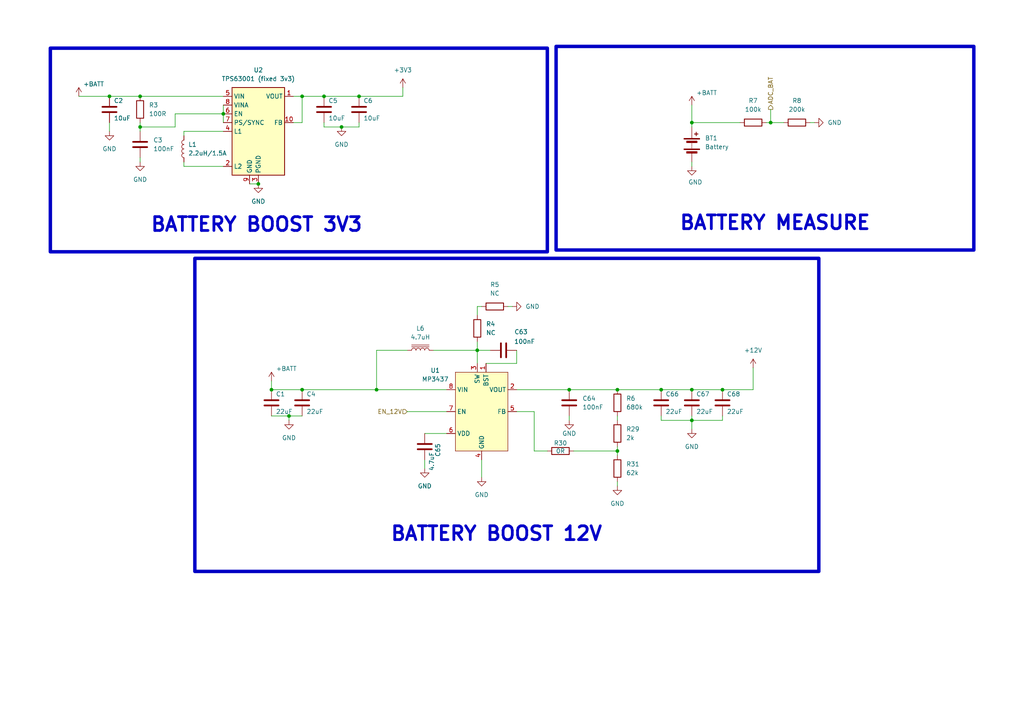
<source format=kicad_sch>
(kicad_sch
	(version 20231120)
	(generator "eeschema")
	(generator_version "8.0")
	(uuid "12212fbb-ad96-4aae-8b38-cfb32cb3dfd4")
	(paper "A4")
	(lib_symbols
		(symbol "Device:Battery"
			(pin_numbers hide)
			(pin_names
				(offset 0) hide)
			(exclude_from_sim no)
			(in_bom yes)
			(on_board yes)
			(property "Reference" "BT"
				(at 2.54 2.54 0)
				(effects
					(font
						(size 1.27 1.27)
					)
					(justify left)
				)
			)
			(property "Value" "Battery"
				(at 2.54 0 0)
				(effects
					(font
						(size 1.27 1.27)
					)
					(justify left)
				)
			)
			(property "Footprint" ""
				(at 0 1.524 90)
				(effects
					(font
						(size 1.27 1.27)
					)
					(hide yes)
				)
			)
			(property "Datasheet" "~"
				(at 0 1.524 90)
				(effects
					(font
						(size 1.27 1.27)
					)
					(hide yes)
				)
			)
			(property "Description" "Multiple-cell battery"
				(at 0 0 0)
				(effects
					(font
						(size 1.27 1.27)
					)
					(hide yes)
				)
			)
			(property "ki_keywords" "batt voltage-source cell"
				(at 0 0 0)
				(effects
					(font
						(size 1.27 1.27)
					)
					(hide yes)
				)
			)
			(symbol "Battery_0_1"
				(rectangle
					(start -2.286 -1.27)
					(end 2.286 -1.524)
					(stroke
						(width 0)
						(type default)
					)
					(fill
						(type outline)
					)
				)
				(rectangle
					(start -2.286 1.778)
					(end 2.286 1.524)
					(stroke
						(width 0)
						(type default)
					)
					(fill
						(type outline)
					)
				)
				(rectangle
					(start -1.524 -2.032)
					(end 1.524 -2.54)
					(stroke
						(width 0)
						(type default)
					)
					(fill
						(type outline)
					)
				)
				(rectangle
					(start -1.524 1.016)
					(end 1.524 0.508)
					(stroke
						(width 0)
						(type default)
					)
					(fill
						(type outline)
					)
				)
				(polyline
					(pts
						(xy 0 -1.016) (xy 0 -0.762)
					)
					(stroke
						(width 0)
						(type default)
					)
					(fill
						(type none)
					)
				)
				(polyline
					(pts
						(xy 0 -0.508) (xy 0 -0.254)
					)
					(stroke
						(width 0)
						(type default)
					)
					(fill
						(type none)
					)
				)
				(polyline
					(pts
						(xy 0 0) (xy 0 0.254)
					)
					(stroke
						(width 0)
						(type default)
					)
					(fill
						(type none)
					)
				)
				(polyline
					(pts
						(xy 0 1.778) (xy 0 2.54)
					)
					(stroke
						(width 0)
						(type default)
					)
					(fill
						(type none)
					)
				)
				(polyline
					(pts
						(xy 0.762 3.048) (xy 1.778 3.048)
					)
					(stroke
						(width 0.254)
						(type default)
					)
					(fill
						(type none)
					)
				)
				(polyline
					(pts
						(xy 1.27 3.556) (xy 1.27 2.54)
					)
					(stroke
						(width 0.254)
						(type default)
					)
					(fill
						(type none)
					)
				)
			)
			(symbol "Battery_1_1"
				(pin passive line
					(at 0 5.08 270)
					(length 2.54)
					(name "+"
						(effects
							(font
								(size 1.27 1.27)
							)
						)
					)
					(number "1"
						(effects
							(font
								(size 1.27 1.27)
							)
						)
					)
				)
				(pin passive line
					(at 0 -5.08 90)
					(length 2.54)
					(name "-"
						(effects
							(font
								(size 1.27 1.27)
							)
						)
					)
					(number "2"
						(effects
							(font
								(size 1.27 1.27)
							)
						)
					)
				)
			)
		)
		(symbol "Device:C"
			(pin_numbers hide)
			(pin_names
				(offset 0.254)
			)
			(exclude_from_sim no)
			(in_bom yes)
			(on_board yes)
			(property "Reference" "C"
				(at 0.635 2.54 0)
				(effects
					(font
						(size 1.27 1.27)
					)
					(justify left)
				)
			)
			(property "Value" "C"
				(at 0.635 -2.54 0)
				(effects
					(font
						(size 1.27 1.27)
					)
					(justify left)
				)
			)
			(property "Footprint" ""
				(at 0.9652 -3.81 0)
				(effects
					(font
						(size 1.27 1.27)
					)
					(hide yes)
				)
			)
			(property "Datasheet" "~"
				(at 0 0 0)
				(effects
					(font
						(size 1.27 1.27)
					)
					(hide yes)
				)
			)
			(property "Description" "Unpolarized capacitor"
				(at 0 0 0)
				(effects
					(font
						(size 1.27 1.27)
					)
					(hide yes)
				)
			)
			(property "ki_keywords" "cap capacitor"
				(at 0 0 0)
				(effects
					(font
						(size 1.27 1.27)
					)
					(hide yes)
				)
			)
			(property "ki_fp_filters" "C_*"
				(at 0 0 0)
				(effects
					(font
						(size 1.27 1.27)
					)
					(hide yes)
				)
			)
			(symbol "C_0_1"
				(polyline
					(pts
						(xy -2.032 -0.762) (xy 2.032 -0.762)
					)
					(stroke
						(width 0.508)
						(type default)
					)
					(fill
						(type none)
					)
				)
				(polyline
					(pts
						(xy -2.032 0.762) (xy 2.032 0.762)
					)
					(stroke
						(width 0.508)
						(type default)
					)
					(fill
						(type none)
					)
				)
			)
			(symbol "C_1_1"
				(pin passive line
					(at 0 3.81 270)
					(length 2.794)
					(name "~"
						(effects
							(font
								(size 1.27 1.27)
							)
						)
					)
					(number "1"
						(effects
							(font
								(size 1.27 1.27)
							)
						)
					)
				)
				(pin passive line
					(at 0 -3.81 90)
					(length 2.794)
					(name "~"
						(effects
							(font
								(size 1.27 1.27)
							)
						)
					)
					(number "2"
						(effects
							(font
								(size 1.27 1.27)
							)
						)
					)
				)
			)
		)
		(symbol "Device:L"
			(pin_numbers hide)
			(pin_names
				(offset 1.016) hide)
			(exclude_from_sim no)
			(in_bom yes)
			(on_board yes)
			(property "Reference" "L"
				(at -1.27 0 90)
				(effects
					(font
						(size 1.27 1.27)
					)
				)
			)
			(property "Value" "L"
				(at 1.905 0 90)
				(effects
					(font
						(size 1.27 1.27)
					)
				)
			)
			(property "Footprint" ""
				(at 0 0 0)
				(effects
					(font
						(size 1.27 1.27)
					)
					(hide yes)
				)
			)
			(property "Datasheet" "~"
				(at 0 0 0)
				(effects
					(font
						(size 1.27 1.27)
					)
					(hide yes)
				)
			)
			(property "Description" "Inductor"
				(at 0 0 0)
				(effects
					(font
						(size 1.27 1.27)
					)
					(hide yes)
				)
			)
			(property "ki_keywords" "inductor choke coil reactor magnetic"
				(at 0 0 0)
				(effects
					(font
						(size 1.27 1.27)
					)
					(hide yes)
				)
			)
			(property "ki_fp_filters" "Choke_* *Coil* Inductor_* L_*"
				(at 0 0 0)
				(effects
					(font
						(size 1.27 1.27)
					)
					(hide yes)
				)
			)
			(symbol "L_0_1"
				(arc
					(start 0 -2.54)
					(mid 0.6323 -1.905)
					(end 0 -1.27)
					(stroke
						(width 0)
						(type default)
					)
					(fill
						(type none)
					)
				)
				(arc
					(start 0 -1.27)
					(mid 0.6323 -0.635)
					(end 0 0)
					(stroke
						(width 0)
						(type default)
					)
					(fill
						(type none)
					)
				)
				(arc
					(start 0 0)
					(mid 0.6323 0.635)
					(end 0 1.27)
					(stroke
						(width 0)
						(type default)
					)
					(fill
						(type none)
					)
				)
				(arc
					(start 0 1.27)
					(mid 0.6323 1.905)
					(end 0 2.54)
					(stroke
						(width 0)
						(type default)
					)
					(fill
						(type none)
					)
				)
			)
			(symbol "L_1_1"
				(pin passive line
					(at 0 3.81 270)
					(length 1.27)
					(name "1"
						(effects
							(font
								(size 1.27 1.27)
							)
						)
					)
					(number "1"
						(effects
							(font
								(size 1.27 1.27)
							)
						)
					)
				)
				(pin passive line
					(at 0 -3.81 90)
					(length 1.27)
					(name "2"
						(effects
							(font
								(size 1.27 1.27)
							)
						)
					)
					(number "2"
						(effects
							(font
								(size 1.27 1.27)
							)
						)
					)
				)
			)
		)
		(symbol "Device:R"
			(pin_numbers hide)
			(pin_names
				(offset 0)
			)
			(exclude_from_sim no)
			(in_bom yes)
			(on_board yes)
			(property "Reference" "R"
				(at 2.032 0 90)
				(effects
					(font
						(size 1.27 1.27)
					)
				)
			)
			(property "Value" "R"
				(at 0 0 90)
				(effects
					(font
						(size 1.27 1.27)
					)
				)
			)
			(property "Footprint" ""
				(at -1.778 0 90)
				(effects
					(font
						(size 1.27 1.27)
					)
					(hide yes)
				)
			)
			(property "Datasheet" "~"
				(at 0 0 0)
				(effects
					(font
						(size 1.27 1.27)
					)
					(hide yes)
				)
			)
			(property "Description" "Resistor"
				(at 0 0 0)
				(effects
					(font
						(size 1.27 1.27)
					)
					(hide yes)
				)
			)
			(property "ki_keywords" "R res resistor"
				(at 0 0 0)
				(effects
					(font
						(size 1.27 1.27)
					)
					(hide yes)
				)
			)
			(property "ki_fp_filters" "R_*"
				(at 0 0 0)
				(effects
					(font
						(size 1.27 1.27)
					)
					(hide yes)
				)
			)
			(symbol "R_0_1"
				(rectangle
					(start -1.016 -2.54)
					(end 1.016 2.54)
					(stroke
						(width 0.254)
						(type default)
					)
					(fill
						(type none)
					)
				)
			)
			(symbol "R_1_1"
				(pin passive line
					(at 0 3.81 270)
					(length 1.27)
					(name "~"
						(effects
							(font
								(size 1.27 1.27)
							)
						)
					)
					(number "1"
						(effects
							(font
								(size 1.27 1.27)
							)
						)
					)
				)
				(pin passive line
					(at 0 -3.81 90)
					(length 1.27)
					(name "~"
						(effects
							(font
								(size 1.27 1.27)
							)
						)
					)
					(number "2"
						(effects
							(font
								(size 1.27 1.27)
							)
						)
					)
				)
			)
		)
		(symbol "DienLIB:MP3437"
			(exclude_from_sim no)
			(in_bom yes)
			(on_board yes)
			(property "Reference" "U1"
				(at 0 16.764 0)
				(effects
					(font
						(size 1.27 1.27)
					)
				)
			)
			(property "Value" "MP3437"
				(at 0 14.224 0)
				(effects
					(font
						(size 1.27 1.27)
					)
				)
			)
			(property "Footprint" "Package_TO_SOT_SMD:TSOT-23-8"
				(at 0.254 -9.144 0)
				(effects
					(font
						(size 1.27 1.27)
					)
					(hide yes)
				)
			)
			(property "Datasheet" ""
				(at 0 -5.08 0)
				(effects
					(font
						(size 1.27 1.27)
					)
					(hide yes)
				)
			)
			(property "Description" ""
				(at 0 -5.08 0)
				(effects
					(font
						(size 1.27 1.27)
					)
					(hide yes)
				)
			)
			(symbol "MP3437_1_1"
				(rectangle
					(start -7.62 5.08)
					(end 7.62 -17.78)
					(stroke
						(width 0)
						(type default)
					)
					(fill
						(type background)
					)
				)
				(pin input line
					(at 1.27 7.62 270)
					(length 2.54)
					(name "BST"
						(effects
							(font
								(size 1.27 1.27)
							)
						)
					)
					(number "1"
						(effects
							(font
								(size 1.27 1.27)
							)
						)
					)
				)
				(pin input line
					(at 10.16 0 180)
					(length 2.54)
					(name "VOUT"
						(effects
							(font
								(size 1.27 1.27)
							)
						)
					)
					(number "2"
						(effects
							(font
								(size 1.27 1.27)
							)
						)
					)
				)
				(pin input line
					(at -1.27 7.62 270)
					(length 2.54)
					(name "SW"
						(effects
							(font
								(size 1.27 1.27)
							)
						)
					)
					(number "3"
						(effects
							(font
								(size 1.27 1.27)
							)
						)
					)
				)
				(pin input line
					(at 0 -20.32 90)
					(length 2.54)
					(name "GND"
						(effects
							(font
								(size 1.27 1.27)
							)
						)
					)
					(number "4"
						(effects
							(font
								(size 1.27 1.27)
							)
						)
					)
				)
				(pin input line
					(at 10.16 -6.35 180)
					(length 2.54)
					(name "FB"
						(effects
							(font
								(size 1.27 1.27)
							)
						)
					)
					(number "5"
						(effects
							(font
								(size 1.27 1.27)
							)
						)
					)
				)
				(pin input line
					(at -10.16 -12.7 0)
					(length 2.54)
					(name "VDD"
						(effects
							(font
								(size 1.27 1.27)
							)
						)
					)
					(number "6"
						(effects
							(font
								(size 1.27 1.27)
							)
						)
					)
				)
				(pin input line
					(at -10.16 -6.35 0)
					(length 2.54)
					(name "EN"
						(effects
							(font
								(size 1.27 1.27)
							)
						)
					)
					(number "7"
						(effects
							(font
								(size 1.27 1.27)
							)
						)
					)
				)
				(pin input line
					(at -10.16 0 0)
					(length 2.54)
					(name "VIN"
						(effects
							(font
								(size 1.27 1.27)
							)
						)
					)
					(number "8"
						(effects
							(font
								(size 1.27 1.27)
							)
						)
					)
				)
			)
		)
		(symbol "Regulator_Switching:TPS63001"
			(exclude_from_sim no)
			(in_bom yes)
			(on_board yes)
			(property "Reference" "U"
				(at -7.62 13.97 0)
				(effects
					(font
						(size 1.27 1.27)
					)
					(justify left)
				)
			)
			(property "Value" "TPS63001"
				(at 5.08 13.97 0)
				(effects
					(font
						(size 1.27 1.27)
					)
				)
			)
			(property "Footprint" "Package_SON:Texas_DRC0010J_ThermalVias"
				(at 21.59 -13.97 0)
				(effects
					(font
						(size 1.27 1.27)
					)
					(hide yes)
				)
			)
			(property "Datasheet" "http://www.ti.com/lit/ds/symlink/tps63000.pdf"
				(at -7.62 13.97 0)
				(effects
					(font
						(size 1.27 1.27)
					)
					(hide yes)
				)
			)
			(property "Description" "Buck-Boost Converter, 1.8-5.5V Input Voltage, 1.7A Switch Current, 3.3V Output Voltage, VSON-10"
				(at 0 0 0)
				(effects
					(font
						(size 1.27 1.27)
					)
					(hide yes)
				)
			)
			(property "ki_keywords" "Buck-Boost fixed 3.3V converter"
				(at 0 0 0)
				(effects
					(font
						(size 1.27 1.27)
					)
					(hide yes)
				)
			)
			(property "ki_fp_filters" "Texas*DRC0010J*"
				(at 0 0 0)
				(effects
					(font
						(size 1.27 1.27)
					)
					(hide yes)
				)
			)
			(symbol "TPS63001_0_1"
				(rectangle
					(start -7.62 12.7)
					(end 7.62 -12.7)
					(stroke
						(width 0.254)
						(type default)
					)
					(fill
						(type background)
					)
				)
			)
			(symbol "TPS63001_1_1"
				(pin power_out line
					(at 10.16 10.16 180)
					(length 2.54)
					(name "VOUT"
						(effects
							(font
								(size 1.27 1.27)
							)
						)
					)
					(number "1"
						(effects
							(font
								(size 1.27 1.27)
							)
						)
					)
				)
				(pin input line
					(at 10.16 2.54 180)
					(length 2.54)
					(name "FB"
						(effects
							(font
								(size 1.27 1.27)
							)
						)
					)
					(number "10"
						(effects
							(font
								(size 1.27 1.27)
							)
						)
					)
				)
				(pin passive line
					(at 0 -15.24 90)
					(length 2.54) hide
					(name "PGND"
						(effects
							(font
								(size 1.27 1.27)
							)
						)
					)
					(number "11"
						(effects
							(font
								(size 1.27 1.27)
							)
						)
					)
				)
				(pin input line
					(at -10.16 -10.16 0)
					(length 2.54)
					(name "L2"
						(effects
							(font
								(size 1.27 1.27)
							)
						)
					)
					(number "2"
						(effects
							(font
								(size 1.27 1.27)
							)
						)
					)
				)
				(pin power_in line
					(at 0 -15.24 90)
					(length 2.54)
					(name "PGND"
						(effects
							(font
								(size 1.27 1.27)
							)
						)
					)
					(number "3"
						(effects
							(font
								(size 1.27 1.27)
							)
						)
					)
				)
				(pin input line
					(at -10.16 0 0)
					(length 2.54)
					(name "L1"
						(effects
							(font
								(size 1.27 1.27)
							)
						)
					)
					(number "4"
						(effects
							(font
								(size 1.27 1.27)
							)
						)
					)
				)
				(pin power_in line
					(at -10.16 10.16 0)
					(length 2.54)
					(name "VIN"
						(effects
							(font
								(size 1.27 1.27)
							)
						)
					)
					(number "5"
						(effects
							(font
								(size 1.27 1.27)
							)
						)
					)
				)
				(pin input line
					(at -10.16 5.08 0)
					(length 2.54)
					(name "EN"
						(effects
							(font
								(size 1.27 1.27)
							)
						)
					)
					(number "6"
						(effects
							(font
								(size 1.27 1.27)
							)
						)
					)
				)
				(pin input line
					(at -10.16 2.54 0)
					(length 2.54)
					(name "PS/SYNC"
						(effects
							(font
								(size 1.27 1.27)
							)
						)
					)
					(number "7"
						(effects
							(font
								(size 1.27 1.27)
							)
						)
					)
				)
				(pin power_in line
					(at -10.16 7.62 0)
					(length 2.54)
					(name "VINA"
						(effects
							(font
								(size 1.27 1.27)
							)
						)
					)
					(number "8"
						(effects
							(font
								(size 1.27 1.27)
							)
						)
					)
				)
				(pin power_in line
					(at -2.54 -15.24 90)
					(length 2.54)
					(name "GND"
						(effects
							(font
								(size 1.27 1.27)
							)
						)
					)
					(number "9"
						(effects
							(font
								(size 1.27 1.27)
							)
						)
					)
				)
			)
		)
		(symbol "Sang_GLOBAL:L_Iron"
			(pin_numbers hide)
			(pin_names
				(offset 1.016) hide)
			(exclude_from_sim no)
			(in_bom yes)
			(on_board yes)
			(property "Reference" "L"
				(at -1.27 0 90)
				(effects
					(font
						(size 1.27 1.27)
					)
				)
			)
			(property "Value" "L_Iron"
				(at 2.794 0 90)
				(effects
					(font
						(size 1.27 1.27)
					)
				)
			)
			(property "Footprint" ""
				(at 0 0 0)
				(effects
					(font
						(size 1.27 1.27)
					)
					(hide yes)
				)
			)
			(property "Datasheet" "~"
				(at 0 0 0)
				(effects
					(font
						(size 1.27 1.27)
					)
					(hide yes)
				)
			)
			(property "Description" "Inductor with iron core"
				(at 0 0 0)
				(effects
					(font
						(size 1.27 1.27)
					)
					(hide yes)
				)
			)
			(property "JLC" ""
				(at 0 0 0)
				(effects
					(font
						(size 1.27 1.27)
					)
					(hide yes)
				)
			)
			(property "ki_keywords" "inductor choke coil reactor magnetic"
				(at 0 0 0)
				(effects
					(font
						(size 1.27 1.27)
					)
					(hide yes)
				)
			)
			(property "ki_fp_filters" "Choke_* *Coil* Inductor_* L_*"
				(at 0 0 0)
				(effects
					(font
						(size 1.27 1.27)
					)
					(hide yes)
				)
			)
			(symbol "L_Iron_0_1"
				(arc
					(start 0 -2.54)
					(mid 0.6323 -1.905)
					(end 0 -1.27)
					(stroke
						(width 0)
						(type default)
					)
					(fill
						(type none)
					)
				)
				(arc
					(start 0 -1.27)
					(mid 0.6323 -0.635)
					(end 0 0)
					(stroke
						(width 0)
						(type default)
					)
					(fill
						(type none)
					)
				)
				(polyline
					(pts
						(xy 1.016 2.54) (xy 1.016 -2.54)
					)
					(stroke
						(width 0)
						(type default)
					)
					(fill
						(type none)
					)
				)
				(polyline
					(pts
						(xy 1.524 -2.54) (xy 1.524 2.54)
					)
					(stroke
						(width 0)
						(type default)
					)
					(fill
						(type none)
					)
				)
				(arc
					(start 0 0)
					(mid 0.6323 0.635)
					(end 0 1.27)
					(stroke
						(width 0)
						(type default)
					)
					(fill
						(type none)
					)
				)
				(arc
					(start 0 1.27)
					(mid 0.6323 1.905)
					(end 0 2.54)
					(stroke
						(width 0)
						(type default)
					)
					(fill
						(type none)
					)
				)
			)
			(symbol "L_Iron_1_1"
				(pin passive line
					(at 0 3.81 270)
					(length 1.27)
					(name "1"
						(effects
							(font
								(size 1.27 1.27)
							)
						)
					)
					(number "1"
						(effects
							(font
								(size 1.27 1.27)
							)
						)
					)
				)
				(pin passive line
					(at 0 -3.81 90)
					(length 1.27)
					(name "2"
						(effects
							(font
								(size 1.27 1.27)
							)
						)
					)
					(number "2"
						(effects
							(font
								(size 1.27 1.27)
							)
						)
					)
				)
			)
		)
		(symbol "power:+12V"
			(power)
			(pin_numbers hide)
			(pin_names
				(offset 0) hide)
			(exclude_from_sim no)
			(in_bom yes)
			(on_board yes)
			(property "Reference" "#PWR"
				(at 0 -3.81 0)
				(effects
					(font
						(size 1.27 1.27)
					)
					(hide yes)
				)
			)
			(property "Value" "+12V"
				(at 0 3.556 0)
				(effects
					(font
						(size 1.27 1.27)
					)
				)
			)
			(property "Footprint" ""
				(at 0 0 0)
				(effects
					(font
						(size 1.27 1.27)
					)
					(hide yes)
				)
			)
			(property "Datasheet" ""
				(at 0 0 0)
				(effects
					(font
						(size 1.27 1.27)
					)
					(hide yes)
				)
			)
			(property "Description" "Power symbol creates a global label with name \"+12V\""
				(at 0 0 0)
				(effects
					(font
						(size 1.27 1.27)
					)
					(hide yes)
				)
			)
			(property "ki_keywords" "global power"
				(at 0 0 0)
				(effects
					(font
						(size 1.27 1.27)
					)
					(hide yes)
				)
			)
			(symbol "+12V_0_1"
				(polyline
					(pts
						(xy -0.762 1.27) (xy 0 2.54)
					)
					(stroke
						(width 0)
						(type default)
					)
					(fill
						(type none)
					)
				)
				(polyline
					(pts
						(xy 0 0) (xy 0 2.54)
					)
					(stroke
						(width 0)
						(type default)
					)
					(fill
						(type none)
					)
				)
				(polyline
					(pts
						(xy 0 2.54) (xy 0.762 1.27)
					)
					(stroke
						(width 0)
						(type default)
					)
					(fill
						(type none)
					)
				)
			)
			(symbol "+12V_1_1"
				(pin power_in line
					(at 0 0 90)
					(length 0)
					(name "~"
						(effects
							(font
								(size 1.27 1.27)
							)
						)
					)
					(number "1"
						(effects
							(font
								(size 1.27 1.27)
							)
						)
					)
				)
			)
		)
		(symbol "power:+3.3V"
			(power)
			(pin_numbers hide)
			(pin_names
				(offset 0) hide)
			(exclude_from_sim no)
			(in_bom yes)
			(on_board yes)
			(property "Reference" "#PWR"
				(at 0 -3.81 0)
				(effects
					(font
						(size 1.27 1.27)
					)
					(hide yes)
				)
			)
			(property "Value" "+3.3V"
				(at 0 3.556 0)
				(effects
					(font
						(size 1.27 1.27)
					)
				)
			)
			(property "Footprint" ""
				(at 0 0 0)
				(effects
					(font
						(size 1.27 1.27)
					)
					(hide yes)
				)
			)
			(property "Datasheet" ""
				(at 0 0 0)
				(effects
					(font
						(size 1.27 1.27)
					)
					(hide yes)
				)
			)
			(property "Description" "Power symbol creates a global label with name \"+3.3V\""
				(at 0 0 0)
				(effects
					(font
						(size 1.27 1.27)
					)
					(hide yes)
				)
			)
			(property "ki_keywords" "global power"
				(at 0 0 0)
				(effects
					(font
						(size 1.27 1.27)
					)
					(hide yes)
				)
			)
			(symbol "+3.3V_0_1"
				(polyline
					(pts
						(xy -0.762 1.27) (xy 0 2.54)
					)
					(stroke
						(width 0)
						(type default)
					)
					(fill
						(type none)
					)
				)
				(polyline
					(pts
						(xy 0 0) (xy 0 2.54)
					)
					(stroke
						(width 0)
						(type default)
					)
					(fill
						(type none)
					)
				)
				(polyline
					(pts
						(xy 0 2.54) (xy 0.762 1.27)
					)
					(stroke
						(width 0)
						(type default)
					)
					(fill
						(type none)
					)
				)
			)
			(symbol "+3.3V_1_1"
				(pin power_in line
					(at 0 0 90)
					(length 0)
					(name "~"
						(effects
							(font
								(size 1.27 1.27)
							)
						)
					)
					(number "1"
						(effects
							(font
								(size 1.27 1.27)
							)
						)
					)
				)
			)
		)
		(symbol "power:+BATT"
			(power)
			(pin_names
				(offset 0)
			)
			(exclude_from_sim no)
			(in_bom yes)
			(on_board yes)
			(property "Reference" "#PWR"
				(at 0 -3.81 0)
				(effects
					(font
						(size 1.27 1.27)
					)
					(hide yes)
				)
			)
			(property "Value" "+BATT"
				(at 0 3.556 0)
				(effects
					(font
						(size 1.27 1.27)
					)
				)
			)
			(property "Footprint" ""
				(at 0 0 0)
				(effects
					(font
						(size 1.27 1.27)
					)
					(hide yes)
				)
			)
			(property "Datasheet" ""
				(at 0 0 0)
				(effects
					(font
						(size 1.27 1.27)
					)
					(hide yes)
				)
			)
			(property "Description" "Power symbol creates a global label with name \"+BATT\""
				(at 0 0 0)
				(effects
					(font
						(size 1.27 1.27)
					)
					(hide yes)
				)
			)
			(property "ki_keywords" "global power battery"
				(at 0 0 0)
				(effects
					(font
						(size 1.27 1.27)
					)
					(hide yes)
				)
			)
			(symbol "+BATT_0_1"
				(polyline
					(pts
						(xy -0.762 1.27) (xy 0 2.54)
					)
					(stroke
						(width 0)
						(type default)
					)
					(fill
						(type none)
					)
				)
				(polyline
					(pts
						(xy 0 0) (xy 0 2.54)
					)
					(stroke
						(width 0)
						(type default)
					)
					(fill
						(type none)
					)
				)
				(polyline
					(pts
						(xy 0 2.54) (xy 0.762 1.27)
					)
					(stroke
						(width 0)
						(type default)
					)
					(fill
						(type none)
					)
				)
			)
			(symbol "+BATT_1_1"
				(pin power_in line
					(at 0 0 90)
					(length 0) hide
					(name "+BATT"
						(effects
							(font
								(size 1.27 1.27)
							)
						)
					)
					(number "1"
						(effects
							(font
								(size 1.27 1.27)
							)
						)
					)
				)
			)
		)
		(symbol "power:GND"
			(power)
			(pin_names
				(offset 0)
			)
			(exclude_from_sim no)
			(in_bom yes)
			(on_board yes)
			(property "Reference" "#PWR"
				(at 0 -6.35 0)
				(effects
					(font
						(size 1.27 1.27)
					)
					(hide yes)
				)
			)
			(property "Value" "GND"
				(at 0 -3.81 0)
				(effects
					(font
						(size 1.27 1.27)
					)
				)
			)
			(property "Footprint" ""
				(at 0 0 0)
				(effects
					(font
						(size 1.27 1.27)
					)
					(hide yes)
				)
			)
			(property "Datasheet" ""
				(at 0 0 0)
				(effects
					(font
						(size 1.27 1.27)
					)
					(hide yes)
				)
			)
			(property "Description" "Power symbol creates a global label with name \"GND\" , ground"
				(at 0 0 0)
				(effects
					(font
						(size 1.27 1.27)
					)
					(hide yes)
				)
			)
			(property "ki_keywords" "global power"
				(at 0 0 0)
				(effects
					(font
						(size 1.27 1.27)
					)
					(hide yes)
				)
			)
			(symbol "GND_0_1"
				(polyline
					(pts
						(xy 0 0) (xy 0 -1.27) (xy 1.27 -1.27) (xy 0 -2.54) (xy -1.27 -1.27) (xy 0 -1.27)
					)
					(stroke
						(width 0)
						(type default)
					)
					(fill
						(type none)
					)
				)
			)
			(symbol "GND_1_1"
				(pin power_in line
					(at 0 0 270)
					(length 0) hide
					(name "GND"
						(effects
							(font
								(size 1.27 1.27)
							)
						)
					)
					(number "1"
						(effects
							(font
								(size 1.27 1.27)
							)
						)
					)
				)
			)
		)
	)
	(junction
		(at 223.52 35.56)
		(diameter 0)
		(color 0 0 0 0)
		(uuid "135b48a9-a0f0-4e0a-b7e1-a6690bd78923")
	)
	(junction
		(at 87.63 27.94)
		(diameter 0)
		(color 0 0 0 0)
		(uuid "1d8b9420-980e-4e28-bb4d-a735d62b7e4c")
	)
	(junction
		(at 31.75 27.94)
		(diameter 0)
		(color 0 0 0 0)
		(uuid "26b0a305-c0c9-4a5e-8cef-2d555e3f8b46")
	)
	(junction
		(at 40.64 27.94)
		(diameter 0)
		(color 0 0 0 0)
		(uuid "2866e7eb-6883-4f1e-974a-848be3866bf0")
	)
	(junction
		(at 138.43 101.6)
		(diameter 0)
		(color 0 0 0 0)
		(uuid "2b914e70-7396-4f33-834d-4200c9bc1756")
	)
	(junction
		(at 78.74 113.03)
		(diameter 0)
		(color 0 0 0 0)
		(uuid "3161e2f4-c12d-4108-bf7e-d1f2dffa3cd0")
	)
	(junction
		(at 83.82 120.65)
		(diameter 0)
		(color 0 0 0 0)
		(uuid "316b91a4-b479-4aa3-b157-6ee810fcb4e0")
	)
	(junction
		(at 109.22 113.03)
		(diameter 0)
		(color 0 0 0 0)
		(uuid "46e73cbb-4260-4a61-987d-beec08cbfe0f")
	)
	(junction
		(at 179.07 130.81)
		(diameter 0)
		(color 0 0 0 0)
		(uuid "5b7f01be-1887-4404-b1d4-173a39512ec3")
	)
	(junction
		(at 74.93 53.34)
		(diameter 0)
		(color 0 0 0 0)
		(uuid "6b752070-72e1-44a7-884a-c9b9c1ff8bd0")
	)
	(junction
		(at 64.77 33.02)
		(diameter 0)
		(color 0 0 0 0)
		(uuid "7914e665-16bd-4ce9-96e7-518f9e8989af")
	)
	(junction
		(at 209.55 113.03)
		(diameter 0)
		(color 0 0 0 0)
		(uuid "9636c315-b9ca-4fa8-8194-76badc786e5b")
	)
	(junction
		(at 165.1 113.03)
		(diameter 0)
		(color 0 0 0 0)
		(uuid "9b241fcb-f22a-418a-b820-c97dc6a6fea5")
	)
	(junction
		(at 191.77 113.03)
		(diameter 0)
		(color 0 0 0 0)
		(uuid "a787afc4-e31e-4c06-9c23-1580dcdd3982")
	)
	(junction
		(at 200.66 121.92)
		(diameter 0)
		(color 0 0 0 0)
		(uuid "b3c2121f-823c-43bc-9d5e-e38a6401bdd2")
	)
	(junction
		(at 87.63 113.03)
		(diameter 0)
		(color 0 0 0 0)
		(uuid "bfa39f6d-9762-4157-a102-ae6dc06e599f")
	)
	(junction
		(at 200.66 113.03)
		(diameter 0)
		(color 0 0 0 0)
		(uuid "c9a794c2-85b0-46a8-abb9-d724e109f468")
	)
	(junction
		(at 40.64 36.83)
		(diameter 0)
		(color 0 0 0 0)
		(uuid "d088f067-41b2-4b97-ab13-36318bef042c")
	)
	(junction
		(at 104.14 27.94)
		(diameter 0)
		(color 0 0 0 0)
		(uuid "d34438f2-8fe7-4af0-aea4-8cbcb8ff503d")
	)
	(junction
		(at 93.98 27.94)
		(diameter 0)
		(color 0 0 0 0)
		(uuid "d8e95d66-76f5-4893-80ae-1711de506df7")
	)
	(junction
		(at 200.66 35.56)
		(diameter 0)
		(color 0 0 0 0)
		(uuid "d9ea5d37-0516-4fa3-ad2f-d56d71d3b859")
	)
	(junction
		(at 179.07 113.03)
		(diameter 0)
		(color 0 0 0 0)
		(uuid "e14a205a-c208-4f1e-8b15-4040984128db")
	)
	(junction
		(at 99.06 36.83)
		(diameter 0)
		(color 0 0 0 0)
		(uuid "f934a51c-6001-4256-a99f-4805eb9ca3c7")
	)
	(wire
		(pts
			(xy 40.64 27.94) (xy 64.77 27.94)
		)
		(stroke
			(width 0)
			(type default)
		)
		(uuid "00c44234-8e82-4489-97a7-94f6a2f972ec")
	)
	(wire
		(pts
			(xy 64.77 30.48) (xy 64.77 33.02)
		)
		(stroke
			(width 0)
			(type default)
		)
		(uuid "01d74af9-92e4-43b0-bcb1-8516d1daf1e3")
	)
	(wire
		(pts
			(xy 179.07 113.03) (xy 191.77 113.03)
		)
		(stroke
			(width 0)
			(type default)
		)
		(uuid "050fb360-e3f8-4e75-8597-0a9a5cb07b16")
	)
	(wire
		(pts
			(xy 104.14 27.94) (xy 116.84 27.94)
		)
		(stroke
			(width 0)
			(type default)
		)
		(uuid "0d7f2438-4e67-436a-b1d8-c4b0f6605361")
	)
	(wire
		(pts
			(xy 200.66 46.99) (xy 200.66 48.26)
		)
		(stroke
			(width 0)
			(type default)
		)
		(uuid "0de3db03-1ad2-4017-ac9f-344d4258beeb")
	)
	(wire
		(pts
			(xy 223.52 35.56) (xy 227.33 35.56)
		)
		(stroke
			(width 0)
			(type default)
		)
		(uuid "0fa2606c-df00-49cc-8b67-ff94e9f616b4")
	)
	(wire
		(pts
			(xy 40.64 38.1) (xy 40.64 36.83)
		)
		(stroke
			(width 0)
			(type default)
		)
		(uuid "18a9d50e-9894-4bed-ac62-723bbaa82f9b")
	)
	(wire
		(pts
			(xy 179.07 120.65) (xy 179.07 121.92)
		)
		(stroke
			(width 0)
			(type default)
		)
		(uuid "1e7733c6-155f-4545-9a19-1bb425985371")
	)
	(wire
		(pts
			(xy 64.77 48.26) (xy 53.34 48.26)
		)
		(stroke
			(width 0)
			(type default)
		)
		(uuid "20ba321e-8004-4b60-8e39-6198e5152d4a")
	)
	(wire
		(pts
			(xy 64.77 33.02) (xy 50.8 33.02)
		)
		(stroke
			(width 0)
			(type default)
		)
		(uuid "2ab14e6f-5eaf-4168-8cf7-5fd0d644af66")
	)
	(wire
		(pts
			(xy 104.14 35.56) (xy 104.14 36.83)
		)
		(stroke
			(width 0)
			(type default)
		)
		(uuid "2ab402a9-4896-4326-a2e5-b3959872969a")
	)
	(wire
		(pts
			(xy 200.66 30.48) (xy 200.66 35.56)
		)
		(stroke
			(width 0)
			(type default)
		)
		(uuid "2c5b429d-6561-4441-b39d-f34684ea1cae")
	)
	(wire
		(pts
			(xy 149.86 101.6) (xy 149.86 105.41)
		)
		(stroke
			(width 0)
			(type default)
		)
		(uuid "304be49c-f3e4-4f67-a9eb-250364ef74a9")
	)
	(wire
		(pts
			(xy 209.55 121.92) (xy 200.66 121.92)
		)
		(stroke
			(width 0)
			(type default)
		)
		(uuid "314fdcf3-8649-4ce0-b587-f16eb5d35616")
	)
	(wire
		(pts
			(xy 142.24 101.6) (xy 138.43 101.6)
		)
		(stroke
			(width 0)
			(type default)
		)
		(uuid "3f3dd853-fe0b-4e12-a403-500b0f4d8af2")
	)
	(wire
		(pts
			(xy 125.73 101.6) (xy 138.43 101.6)
		)
		(stroke
			(width 0)
			(type default)
		)
		(uuid "4016e5f2-9aaa-41e4-8a44-6b5119c143d1")
	)
	(wire
		(pts
			(xy 179.07 139.7) (xy 179.07 140.97)
		)
		(stroke
			(width 0)
			(type default)
		)
		(uuid "449c0d42-68bc-4e2f-a6bb-05334ebe355c")
	)
	(wire
		(pts
			(xy 222.25 35.56) (xy 223.52 35.56)
		)
		(stroke
			(width 0)
			(type default)
		)
		(uuid "47373398-5512-44d7-8cf5-eb87b485e58b")
	)
	(wire
		(pts
			(xy 104.14 36.83) (xy 99.06 36.83)
		)
		(stroke
			(width 0)
			(type default)
		)
		(uuid "49cbb246-e9e9-4926-8c11-46da9ce58169")
	)
	(wire
		(pts
			(xy 154.94 130.81) (xy 154.94 119.38)
		)
		(stroke
			(width 0)
			(type default)
		)
		(uuid "502f0e56-ef4c-4642-92f2-42bc4c649b77")
	)
	(wire
		(pts
			(xy 148.59 88.9) (xy 147.32 88.9)
		)
		(stroke
			(width 0)
			(type default)
		)
		(uuid "5153274c-d4e6-4064-9fef-c2542eadf73f")
	)
	(wire
		(pts
			(xy 53.34 48.26) (xy 53.34 46.99)
		)
		(stroke
			(width 0)
			(type default)
		)
		(uuid "53f031d0-f141-4ec3-a1ae-bcee8fc3954d")
	)
	(wire
		(pts
			(xy 138.43 101.6) (xy 138.43 105.41)
		)
		(stroke
			(width 0)
			(type default)
		)
		(uuid "540e735f-b856-4247-b4d2-1877575f68fb")
	)
	(wire
		(pts
			(xy 138.43 88.9) (xy 138.43 91.44)
		)
		(stroke
			(width 0)
			(type default)
		)
		(uuid "572c40ed-195c-4122-8aeb-921978d69df1")
	)
	(wire
		(pts
			(xy 31.75 38.1) (xy 31.75 35.56)
		)
		(stroke
			(width 0)
			(type default)
		)
		(uuid "5cdbefa9-81a3-4fce-8560-6d5d16a2f3a4")
	)
	(wire
		(pts
			(xy 53.34 38.1) (xy 53.34 39.37)
		)
		(stroke
			(width 0)
			(type default)
		)
		(uuid "5d0792b0-6d80-47ec-bee9-32064831767e")
	)
	(wire
		(pts
			(xy 223.52 31.75) (xy 223.52 35.56)
		)
		(stroke
			(width 0)
			(type default)
		)
		(uuid "62a80a64-5812-4a98-a62f-da03c8919aa9")
	)
	(wire
		(pts
			(xy 93.98 35.56) (xy 93.98 36.83)
		)
		(stroke
			(width 0)
			(type default)
		)
		(uuid "6630a0ba-3b4f-4988-9ece-4a2c7a979022")
	)
	(wire
		(pts
			(xy 123.19 125.73) (xy 129.54 125.73)
		)
		(stroke
			(width 0)
			(type default)
		)
		(uuid "6a9f0ff9-3086-4ed7-be1a-8cd554a800ca")
	)
	(wire
		(pts
			(xy 179.07 130.81) (xy 179.07 132.08)
		)
		(stroke
			(width 0)
			(type default)
		)
		(uuid "70d8c8cf-5e01-43ca-91dd-4f8909c3fb1d")
	)
	(wire
		(pts
			(xy 64.77 33.02) (xy 64.77 35.56)
		)
		(stroke
			(width 0)
			(type default)
		)
		(uuid "731ef96e-9408-4398-8aaf-69871e845b5e")
	)
	(wire
		(pts
			(xy 209.55 120.65) (xy 209.55 121.92)
		)
		(stroke
			(width 0)
			(type default)
		)
		(uuid "748f5de5-8421-4a54-9f37-a2fe96ab414e")
	)
	(wire
		(pts
			(xy 149.86 113.03) (xy 165.1 113.03)
		)
		(stroke
			(width 0)
			(type default)
		)
		(uuid "772a603c-e611-4913-853c-b89774ec7f27")
	)
	(wire
		(pts
			(xy 139.7 138.43) (xy 139.7 133.35)
		)
		(stroke
			(width 0)
			(type default)
		)
		(uuid "778bdef2-434e-4b10-a6e3-2ac69c29a2eb")
	)
	(wire
		(pts
			(xy 154.94 119.38) (xy 149.86 119.38)
		)
		(stroke
			(width 0)
			(type default)
		)
		(uuid "77bba63d-3061-479f-ac70-a39a5d5cf079")
	)
	(wire
		(pts
			(xy 138.43 99.06) (xy 138.43 101.6)
		)
		(stroke
			(width 0)
			(type default)
		)
		(uuid "7f324439-1651-4dfd-bb8f-7dabc718dace")
	)
	(wire
		(pts
			(xy 40.64 27.94) (xy 31.75 27.94)
		)
		(stroke
			(width 0)
			(type default)
		)
		(uuid "7fe4eac6-e537-4b70-9fcb-c7ae52377cc7")
	)
	(wire
		(pts
			(xy 83.82 120.65) (xy 87.63 120.65)
		)
		(stroke
			(width 0)
			(type default)
		)
		(uuid "81ca23ee-01bc-4830-a0e4-6a64c4bc47ae")
	)
	(wire
		(pts
			(xy 191.77 113.03) (xy 200.66 113.03)
		)
		(stroke
			(width 0)
			(type default)
		)
		(uuid "82323c98-b121-46b8-b449-ca9e7cd34a20")
	)
	(wire
		(pts
			(xy 109.22 101.6) (xy 109.22 113.03)
		)
		(stroke
			(width 0)
			(type default)
		)
		(uuid "829ca72b-b8af-4202-8264-8d0fe39b41de")
	)
	(wire
		(pts
			(xy 118.11 101.6) (xy 109.22 101.6)
		)
		(stroke
			(width 0)
			(type default)
		)
		(uuid "82a69c33-c4be-483f-94ef-a467713e00ef")
	)
	(wire
		(pts
			(xy 200.66 36.83) (xy 200.66 35.56)
		)
		(stroke
			(width 0)
			(type default)
		)
		(uuid "84d5a28a-d746-4fb6-8f72-7a974d507cd0")
	)
	(wire
		(pts
			(xy 78.74 113.03) (xy 78.74 110.49)
		)
		(stroke
			(width 0)
			(type default)
		)
		(uuid "86777bea-beb3-4b7a-8b03-1f8a9ce8f32c")
	)
	(wire
		(pts
			(xy 87.63 113.03) (xy 109.22 113.03)
		)
		(stroke
			(width 0)
			(type default)
		)
		(uuid "8c6b660a-3a6a-4d67-bd5e-3309c04467f1")
	)
	(wire
		(pts
			(xy 139.7 88.9) (xy 138.43 88.9)
		)
		(stroke
			(width 0)
			(type default)
		)
		(uuid "8d1f0f1b-5e64-4569-b51f-e6a3005427de")
	)
	(wire
		(pts
			(xy 200.66 120.65) (xy 200.66 121.92)
		)
		(stroke
			(width 0)
			(type default)
		)
		(uuid "8eb7d5fb-c0d3-476d-beb2-061b690f0d61")
	)
	(wire
		(pts
			(xy 165.1 121.92) (xy 165.1 120.65)
		)
		(stroke
			(width 0)
			(type default)
		)
		(uuid "8f9232d6-4df7-434e-bbe5-53a7d6e2bbbd")
	)
	(wire
		(pts
			(xy 200.66 35.56) (xy 214.63 35.56)
		)
		(stroke
			(width 0)
			(type default)
		)
		(uuid "8fb75018-49c7-4b11-b966-9b16eb2bbb77")
	)
	(wire
		(pts
			(xy 118.11 119.38) (xy 129.54 119.38)
		)
		(stroke
			(width 0)
			(type default)
		)
		(uuid "919ee1ab-67fc-4bb4-9413-b1b0d34db442")
	)
	(wire
		(pts
			(xy 209.55 113.03) (xy 218.44 113.03)
		)
		(stroke
			(width 0)
			(type default)
		)
		(uuid "92bed790-197f-4b09-801c-325b2e84d0ef")
	)
	(wire
		(pts
			(xy 50.8 33.02) (xy 50.8 36.83)
		)
		(stroke
			(width 0)
			(type default)
		)
		(uuid "9cab920c-639b-4193-b279-df481227d7d4")
	)
	(wire
		(pts
			(xy 116.84 25.4) (xy 116.84 27.94)
		)
		(stroke
			(width 0)
			(type default)
		)
		(uuid "9d2b21eb-46f8-48f8-a1d4-4a3860745bbf")
	)
	(wire
		(pts
			(xy 83.82 121.92) (xy 83.82 120.65)
		)
		(stroke
			(width 0)
			(type default)
		)
		(uuid "9ff7ccb1-65c7-4c2b-9200-53969f6b5c05")
	)
	(wire
		(pts
			(xy 87.63 27.94) (xy 93.98 27.94)
		)
		(stroke
			(width 0)
			(type default)
		)
		(uuid "a536d6c6-846f-4917-9a1a-2c96418627f6")
	)
	(wire
		(pts
			(xy 85.09 27.94) (xy 87.63 27.94)
		)
		(stroke
			(width 0)
			(type default)
		)
		(uuid "a5b04530-a113-4214-876a-d6f7feb535c9")
	)
	(wire
		(pts
			(xy 123.19 133.35) (xy 123.19 135.89)
		)
		(stroke
			(width 0)
			(type default)
		)
		(uuid "a6b0dc7f-7168-4f2e-9025-1a9b6a7c825d")
	)
	(wire
		(pts
			(xy 40.64 45.72) (xy 40.64 46.99)
		)
		(stroke
			(width 0)
			(type default)
		)
		(uuid "ab694134-6687-4d7e-a52d-ef1e4bc64e20")
	)
	(wire
		(pts
			(xy 78.74 113.03) (xy 87.63 113.03)
		)
		(stroke
			(width 0)
			(type default)
		)
		(uuid "ac0f5839-e9b9-4cb9-a9f2-989f8e652a53")
	)
	(wire
		(pts
			(xy 179.07 130.81) (xy 179.07 129.54)
		)
		(stroke
			(width 0)
			(type default)
		)
		(uuid "b4720fb6-4d3f-4a97-af4c-50815322c5c2")
	)
	(wire
		(pts
			(xy 64.77 38.1) (xy 53.34 38.1)
		)
		(stroke
			(width 0)
			(type default)
		)
		(uuid "b583b1a3-acf5-4872-a77b-57af524a77bc")
	)
	(wire
		(pts
			(xy 22.86 27.94) (xy 31.75 27.94)
		)
		(stroke
			(width 0)
			(type default)
		)
		(uuid "b747fb8f-6fe4-4d04-ae7c-bc5a83326107")
	)
	(wire
		(pts
			(xy 165.1 113.03) (xy 179.07 113.03)
		)
		(stroke
			(width 0)
			(type default)
		)
		(uuid "b914d088-9e8b-494a-8d69-13832f865cc9")
	)
	(wire
		(pts
			(xy 234.95 35.56) (xy 236.22 35.56)
		)
		(stroke
			(width 0)
			(type default)
		)
		(uuid "bde155c7-55e1-4155-8cef-dd96f2a74c11")
	)
	(wire
		(pts
			(xy 72.39 53.34) (xy 74.93 53.34)
		)
		(stroke
			(width 0)
			(type default)
		)
		(uuid "bec90bc6-b56f-48b2-a0fb-8ba1f9c24a9e")
	)
	(wire
		(pts
			(xy 200.66 113.03) (xy 209.55 113.03)
		)
		(stroke
			(width 0)
			(type default)
		)
		(uuid "bf2d84dd-ae12-47ec-a73f-d2b9b79fcf31")
	)
	(wire
		(pts
			(xy 200.66 121.92) (xy 191.77 121.92)
		)
		(stroke
			(width 0)
			(type default)
		)
		(uuid "c5e05dc1-46ae-4368-a027-3ef8713e9fc7")
	)
	(wire
		(pts
			(xy 85.09 35.56) (xy 87.63 35.56)
		)
		(stroke
			(width 0)
			(type default)
		)
		(uuid "c6ca1e04-8df0-40aa-b6a1-4d5c242c07c0")
	)
	(wire
		(pts
			(xy 78.74 120.65) (xy 83.82 120.65)
		)
		(stroke
			(width 0)
			(type default)
		)
		(uuid "d1ecdc3f-8757-4af0-9978-feed95819fae")
	)
	(wire
		(pts
			(xy 87.63 27.94) (xy 87.63 35.56)
		)
		(stroke
			(width 0)
			(type default)
		)
		(uuid "d6c11cc0-bfe9-424d-9759-598b2b1fc00f")
	)
	(wire
		(pts
			(xy 50.8 36.83) (xy 40.64 36.83)
		)
		(stroke
			(width 0)
			(type default)
		)
		(uuid "d8bf1285-dcb7-4b91-a9db-0e3f5a449445")
	)
	(wire
		(pts
			(xy 191.77 121.92) (xy 191.77 120.65)
		)
		(stroke
			(width 0)
			(type default)
		)
		(uuid "dca703df-1949-4e2f-8d57-45b5246f5811")
	)
	(wire
		(pts
			(xy 218.44 106.68) (xy 218.44 113.03)
		)
		(stroke
			(width 0)
			(type default)
		)
		(uuid "e3578bdf-6f02-40c6-91fc-14c9a5d22d14")
	)
	(wire
		(pts
			(xy 99.06 36.83) (xy 93.98 36.83)
		)
		(stroke
			(width 0)
			(type default)
		)
		(uuid "e420d9f2-4d7c-4f6e-8cb3-ec60094e0368")
	)
	(wire
		(pts
			(xy 158.75 130.81) (xy 154.94 130.81)
		)
		(stroke
			(width 0)
			(type default)
		)
		(uuid "e4f63734-43e0-41a7-9a5c-2cf0fa3f6c8d")
	)
	(wire
		(pts
			(xy 149.86 105.41) (xy 140.97 105.41)
		)
		(stroke
			(width 0)
			(type default)
		)
		(uuid "e8578f3b-9ace-4adb-a767-38786b064a57")
	)
	(wire
		(pts
			(xy 93.98 27.94) (xy 104.14 27.94)
		)
		(stroke
			(width 0)
			(type default)
		)
		(uuid "f1054b25-4bb5-4189-9089-a64e3ebe2c6d")
	)
	(wire
		(pts
			(xy 40.64 35.56) (xy 40.64 36.83)
		)
		(stroke
			(width 0)
			(type default)
		)
		(uuid "f231277a-75f8-4656-9e16-9136b99f7e0c")
	)
	(wire
		(pts
			(xy 129.54 113.03) (xy 109.22 113.03)
		)
		(stroke
			(width 0)
			(type default)
		)
		(uuid "f39bead1-7b0b-40b9-9a0a-250381ef4d5a")
	)
	(wire
		(pts
			(xy 166.37 130.81) (xy 179.07 130.81)
		)
		(stroke
			(width 0)
			(type default)
		)
		(uuid "f45d6416-bb82-4fed-b8e6-37912260f319")
	)
	(wire
		(pts
			(xy 200.66 124.46) (xy 200.66 121.92)
		)
		(stroke
			(width 0)
			(type default)
		)
		(uuid "fdc43417-0f0a-4062-8037-527dbe250a76")
	)
	(rectangle
		(start 56.515 74.93)
		(end 237.49 165.735)
		(stroke
			(width 1)
			(type default)
		)
		(fill
			(type none)
		)
		(uuid 51c08937-0656-4e65-9ca5-1aa870c09a53)
	)
	(rectangle
		(start 161.29 13.462)
		(end 282.448 72.517)
		(stroke
			(width 1)
			(type default)
		)
		(fill
			(type none)
		)
		(uuid 54f5225e-39b3-479a-9de8-74deb28c626b)
	)
	(rectangle
		(start 14.605 13.97)
		(end 158.75 73.025)
		(stroke
			(width 1)
			(type default)
		)
		(fill
			(type none)
		)
		(uuid e9bd3b2a-5e99-4037-9298-de87783cc8d6)
	)
	(text "BATTERY BOOST 3V3\n"
		(exclude_from_sim no)
		(at 74.422 65.278 0)
		(effects
			(font
				(size 4 4)
				(thickness 0.8)
				(bold yes)
			)
		)
		(uuid "2b6253e9-e802-4990-afd0-1dcb35fab71d")
	)
	(text "BATTERY BOOST 12V\n"
		(exclude_from_sim no)
		(at 144.018 154.94 0)
		(effects
			(font
				(size 4 4)
				(thickness 0.8)
				(bold yes)
			)
		)
		(uuid "84f82d7c-67ef-4752-8275-9159164d4dcf")
	)
	(text "BATTERY MEASURE\n"
		(exclude_from_sim no)
		(at 224.79 64.77 0)
		(effects
			(font
				(size 4 4)
				(thickness 0.8)
				(bold yes)
			)
		)
		(uuid "bc552485-e4c6-451c-8f35-7481228964bc")
	)
	(hierarchical_label "ADC_BAT"
		(shape output)
		(at 223.52 31.75 90)
		(fields_autoplaced yes)
		(effects
			(font
				(size 1.27 1.27)
			)
			(justify left)
		)
		(uuid "9b9db99b-b452-47f1-8f0f-e64611e68fd1")
	)
	(hierarchical_label "EN_12V"
		(shape input)
		(at 118.11 119.38 180)
		(fields_autoplaced yes)
		(effects
			(font
				(size 1.27 1.27)
			)
			(justify right)
		)
		(uuid "fad93f2a-78c2-40d6-b4c5-320d84ba1706")
	)
	(symbol
		(lib_id "power:+12V")
		(at 218.44 106.68 0)
		(unit 1)
		(exclude_from_sim no)
		(in_bom yes)
		(on_board yes)
		(dnp no)
		(fields_autoplaced yes)
		(uuid "0db628eb-3206-4724-b590-8d4e2359b9f1")
		(property "Reference" "#PWR092"
			(at 218.44 110.49 0)
			(effects
				(font
					(size 1.27 1.27)
				)
				(hide yes)
			)
		)
		(property "Value" "+12V"
			(at 218.44 101.6 0)
			(effects
				(font
					(size 1.27 1.27)
				)
			)
		)
		(property "Footprint" ""
			(at 218.44 106.68 0)
			(effects
				(font
					(size 1.27 1.27)
				)
				(hide yes)
			)
		)
		(property "Datasheet" ""
			(at 218.44 106.68 0)
			(effects
				(font
					(size 1.27 1.27)
				)
				(hide yes)
			)
		)
		(property "Description" "Power symbol creates a global label with name \"+12V\""
			(at 218.44 106.68 0)
			(effects
				(font
					(size 1.27 1.27)
				)
				(hide yes)
			)
		)
		(pin "1"
			(uuid "0ec79951-333b-4f43-8424-d6667466fdb6")
		)
		(instances
			(project "Call-Point-Actuator"
				(path "/700768df-09f0-45cf-9b46-9332e9bddc11/91409823-e476-4c58-9655-0579610c0de2"
					(reference "#PWR092")
					(unit 1)
				)
			)
		)
	)
	(symbol
		(lib_id "power:GND")
		(at 200.66 48.26 0)
		(unit 1)
		(exclude_from_sim no)
		(in_bom yes)
		(on_board yes)
		(dnp no)
		(uuid "16e1418b-f817-4081-b447-0ebb25482877")
		(property "Reference" "#PWR017"
			(at 200.66 54.61 0)
			(effects
				(font
					(size 1.27 1.27)
				)
				(hide yes)
			)
		)
		(property "Value" "GND"
			(at 201.676 52.832 0)
			(effects
				(font
					(size 1.27 1.27)
				)
			)
		)
		(property "Footprint" ""
			(at 200.66 48.26 0)
			(effects
				(font
					(size 1.27 1.27)
				)
				(hide yes)
			)
		)
		(property "Datasheet" ""
			(at 200.66 48.26 0)
			(effects
				(font
					(size 1.27 1.27)
				)
				(hide yes)
			)
		)
		(property "Description" ""
			(at 200.66 48.26 0)
			(effects
				(font
					(size 1.27 1.27)
				)
				(hide yes)
			)
		)
		(pin "1"
			(uuid "dec60e5b-4af8-4b64-98b9-634ea49e5c7e")
		)
		(instances
			(project "Call-Point-Actuator"
				(path "/700768df-09f0-45cf-9b46-9332e9bddc11/91409823-e476-4c58-9655-0579610c0de2"
					(reference "#PWR017")
					(unit 1)
				)
			)
		)
	)
	(symbol
		(lib_id "power:GND")
		(at 236.22 35.56 90)
		(unit 1)
		(exclude_from_sim no)
		(in_bom yes)
		(on_board yes)
		(dnp no)
		(fields_autoplaced yes)
		(uuid "18388ca7-c825-45ad-81d4-fbd0f51645d5")
		(property "Reference" "#PWR020"
			(at 242.57 35.56 0)
			(effects
				(font
					(size 1.27 1.27)
				)
				(hide yes)
			)
		)
		(property "Value" "GND"
			(at 240.03 35.5599 90)
			(effects
				(font
					(size 1.27 1.27)
				)
				(justify right)
			)
		)
		(property "Footprint" ""
			(at 236.22 35.56 0)
			(effects
				(font
					(size 1.27 1.27)
				)
				(hide yes)
			)
		)
		(property "Datasheet" ""
			(at 236.22 35.56 0)
			(effects
				(font
					(size 1.27 1.27)
				)
				(hide yes)
			)
		)
		(property "Description" ""
			(at 236.22 35.56 0)
			(effects
				(font
					(size 1.27 1.27)
				)
				(hide yes)
			)
		)
		(pin "1"
			(uuid "6498d042-5087-4c55-a4b6-320913c11578")
		)
		(instances
			(project "Call-Point-Actuator"
				(path "/700768df-09f0-45cf-9b46-9332e9bddc11/91409823-e476-4c58-9655-0579610c0de2"
					(reference "#PWR020")
					(unit 1)
				)
			)
		)
	)
	(symbol
		(lib_id "Device:R")
		(at 231.14 35.56 90)
		(unit 1)
		(exclude_from_sim no)
		(in_bom yes)
		(on_board yes)
		(dnp no)
		(fields_autoplaced yes)
		(uuid "192da44e-af91-46d5-9e34-1469c44de92e")
		(property "Reference" "R8"
			(at 231.14 29.21 90)
			(effects
				(font
					(size 1.27 1.27)
				)
			)
		)
		(property "Value" "200k"
			(at 231.14 31.75 90)
			(effects
				(font
					(size 1.27 1.27)
				)
			)
		)
		(property "Footprint" "SANG_LIB_FP:L_0603_1608Metric"
			(at 231.14 37.338 90)
			(effects
				(font
					(size 1.27 1.27)
				)
				(hide yes)
			)
		)
		(property "Datasheet" "~"
			(at 231.14 35.56 0)
			(effects
				(font
					(size 1.27 1.27)
				)
				(hide yes)
			)
		)
		(property "Description" ""
			(at 231.14 35.56 0)
			(effects
				(font
					(size 1.27 1.27)
				)
				(hide yes)
			)
		)
		(property "JLC" "C335089"
			(at 231.14 35.56 90)
			(effects
				(font
					(size 1.27 1.27)
				)
				(hide yes)
			)
		)
		(pin "2"
			(uuid "8c658ad3-64b7-4444-bc25-f44173c79d4b")
		)
		(pin "1"
			(uuid "df95f344-b5f2-4c85-affb-054d0e3a4843")
		)
		(instances
			(project "Call-Point-Actuator"
				(path "/700768df-09f0-45cf-9b46-9332e9bddc11/91409823-e476-4c58-9655-0579610c0de2"
					(reference "R8")
					(unit 1)
				)
			)
		)
	)
	(symbol
		(lib_id "Device:C")
		(at 40.64 41.91 0)
		(unit 1)
		(exclude_from_sim no)
		(in_bom yes)
		(on_board yes)
		(dnp no)
		(fields_autoplaced yes)
		(uuid "1cde30b0-7912-4a2a-bde3-f5fc63ee66d2")
		(property "Reference" "C3"
			(at 44.45 40.64 0)
			(effects
				(font
					(size 1.27 1.27)
				)
				(justify left)
			)
		)
		(property "Value" "100nF"
			(at 44.45 43.18 0)
			(effects
				(font
					(size 1.27 1.27)
				)
				(justify left)
			)
		)
		(property "Footprint" "SANG_LIB_FP:C_0603_1608Metric"
			(at 41.6052 45.72 0)
			(effects
				(font
					(size 1.27 1.27)
				)
				(hide yes)
			)
		)
		(property "Datasheet" "~"
			(at 40.64 41.91 0)
			(effects
				(font
					(size 1.27 1.27)
				)
				(hide yes)
			)
		)
		(property "Description" ""
			(at 40.64 41.91 0)
			(effects
				(font
					(size 1.27 1.27)
				)
				(hide yes)
			)
		)
		(property "JLC" " C116838"
			(at 40.64 41.91 0)
			(effects
				(font
					(size 1.27 1.27)
				)
				(hide yes)
			)
		)
		(pin "2"
			(uuid "8f6b2d5d-90a4-49db-b754-76faa94fd0a9")
		)
		(pin "1"
			(uuid "9b35d323-0517-439d-8976-fac3b07308d5")
		)
		(instances
			(project "Call-Point-Actuator"
				(path "/700768df-09f0-45cf-9b46-9332e9bddc11/91409823-e476-4c58-9655-0579610c0de2"
					(reference "C3")
					(unit 1)
				)
			)
		)
	)
	(symbol
		(lib_id "power:+BATT")
		(at 200.66 30.48 0)
		(unit 1)
		(exclude_from_sim no)
		(in_bom yes)
		(on_board yes)
		(dnp no)
		(uuid "23551fa5-ad12-43d0-82cb-43b34f6e2783")
		(property "Reference" "#PWR01"
			(at 200.66 34.29 0)
			(effects
				(font
					(size 1.27 1.27)
				)
				(hide yes)
			)
		)
		(property "Value" "+BATT"
			(at 204.978 26.924 0)
			(effects
				(font
					(size 1.27 1.27)
				)
			)
		)
		(property "Footprint" ""
			(at 200.66 30.48 0)
			(effects
				(font
					(size 1.27 1.27)
				)
				(hide yes)
			)
		)
		(property "Datasheet" ""
			(at 200.66 30.48 0)
			(effects
				(font
					(size 1.27 1.27)
				)
				(hide yes)
			)
		)
		(property "Description" ""
			(at 200.66 30.48 0)
			(effects
				(font
					(size 1.27 1.27)
				)
				(hide yes)
			)
		)
		(pin "1"
			(uuid "30f66fbc-d4f9-4120-862a-969c252f275a")
		)
		(instances
			(project "Call-Point-Actuator"
				(path "/700768df-09f0-45cf-9b46-9332e9bddc11/91409823-e476-4c58-9655-0579610c0de2"
					(reference "#PWR01")
					(unit 1)
				)
			)
		)
	)
	(symbol
		(lib_id "Device:C")
		(at 78.74 116.84 0)
		(unit 1)
		(exclude_from_sim no)
		(in_bom yes)
		(on_board yes)
		(dnp no)
		(uuid "25cc4a20-4cbb-4f73-b500-1b634fa629a9")
		(property "Reference" "C1"
			(at 80.01 114.3 0)
			(effects
				(font
					(size 1.27 1.27)
				)
				(justify left)
			)
		)
		(property "Value" "22uF"
			(at 80.01 119.38 0)
			(effects
				(font
					(size 1.27 1.27)
				)
				(justify left)
			)
		)
		(property "Footprint" "SANG_LIB_FP:C_0603_1608Metric"
			(at 79.7052 120.65 0)
			(effects
				(font
					(size 1.27 1.27)
				)
				(hide yes)
			)
		)
		(property "Datasheet" "~"
			(at 78.74 116.84 0)
			(effects
				(font
					(size 1.27 1.27)
				)
				(hide yes)
			)
		)
		(property "Description" ""
			(at 78.74 116.84 0)
			(effects
				(font
					(size 1.27 1.27)
				)
				(hide yes)
			)
		)
		(property "JLC" "C84419"
			(at 78.74 116.84 0)
			(effects
				(font
					(size 1.27 1.27)
				)
				(hide yes)
			)
		)
		(pin "2"
			(uuid "433a3bba-1fdc-405a-8d25-3240ce4cf36a")
		)
		(pin "1"
			(uuid "e47c3502-9c3e-4962-b1b8-e12fc4d36209")
		)
		(instances
			(project "Call-Point-Actuator"
				(path "/700768df-09f0-45cf-9b46-9332e9bddc11/91409823-e476-4c58-9655-0579610c0de2"
					(reference "C1")
					(unit 1)
				)
			)
		)
	)
	(symbol
		(lib_id "Device:Battery")
		(at 200.66 41.91 0)
		(unit 1)
		(exclude_from_sim no)
		(in_bom yes)
		(on_board yes)
		(dnp no)
		(uuid "26346169-2624-4656-95b1-58da7c2227e0")
		(property "Reference" "BT1"
			(at 204.47 40.0685 0)
			(effects
				(font
					(size 1.27 1.27)
				)
				(justify left)
			)
		)
		(property "Value" "Battery"
			(at 204.47 42.6085 0)
			(effects
				(font
					(size 1.27 1.27)
				)
				(justify left)
			)
		)
		(property "Footprint" "DienLIB:BAT_BC3AAPC"
			(at 200.66 40.386 90)
			(effects
				(font
					(size 1.27 1.27)
				)
				(hide yes)
			)
		)
		(property "Datasheet" "~"
			(at 200.66 40.386 90)
			(effects
				(font
					(size 1.27 1.27)
				)
				(hide yes)
			)
		)
		(property "Description" ""
			(at 200.66 41.91 0)
			(effects
				(font
					(size 1.27 1.27)
				)
				(hide yes)
			)
		)
		(property "link" "https://www.digikey.com/en/products/detail/keystone-electronics/2462/303811"
			(at 200.66 41.91 0)
			(effects
				(font
					(size 1.27 1.27)
				)
				(hide yes)
			)
		)
		(property "Cate" ""
			(at 200.66 41.91 0)
			(effects
				(font
					(size 1.27 1.27)
				)
				(hide yes)
			)
		)
		(property "Category" ""
			(at 200.66 41.91 0)
			(effects
				(font
					(size 1.27 1.27)
				)
				(hide yes)
			)
		)
		(property "DK_Datasheet_Link" ""
			(at 200.66 41.91 0)
			(effects
				(font
					(size 1.27 1.27)
				)
				(hide yes)
			)
		)
		(property "DK_Detail_Page" ""
			(at 200.66 41.91 0)
			(effects
				(font
					(size 1.27 1.27)
				)
				(hide yes)
			)
		)
		(property "Digi-Key_PN" ""
			(at 200.66 41.91 0)
			(effects
				(font
					(size 1.27 1.27)
				)
				(hide yes)
			)
		)
		(property "Family" ""
			(at 200.66 41.91 0)
			(effects
				(font
					(size 1.27 1.27)
				)
				(hide yes)
			)
		)
		(property "MPN" ""
			(at 200.66 41.91 0)
			(effects
				(font
					(size 1.27 1.27)
				)
				(hide yes)
			)
		)
		(property "Manufacturer" ""
			(at 200.66 41.91 0)
			(effects
				(font
					(size 1.27 1.27)
				)
				(hide yes)
			)
		)
		(property "Status" ""
			(at 200.66 41.91 0)
			(effects
				(font
					(size 1.27 1.27)
				)
				(hide yes)
			)
		)
		(property "Val" ""
			(at 200.66 41.91 0)
			(effects
				(font
					(size 1.27 1.27)
				)
				(hide yes)
			)
		)
		(property "Availability" ""
			(at 200.66 41.91 0)
			(effects
				(font
					(size 1.27 1.27)
				)
				(hide yes)
			)
		)
		(property "Check_prices" ""
			(at 200.66 41.91 0)
			(effects
				(font
					(size 1.27 1.27)
				)
				(hide yes)
			)
		)
		(property "MANUFACTURER" ""
			(at 200.66 41.91 0)
			(effects
				(font
					(size 1.27 1.27)
				)
				(hide yes)
			)
		)
		(property "MF" ""
			(at 200.66 41.91 0)
			(effects
				(font
					(size 1.27 1.27)
				)
				(hide yes)
			)
		)
		(property "MP" ""
			(at 200.66 41.91 0)
			(effects
				(font
					(size 1.27 1.27)
				)
				(hide yes)
			)
		)
		(property "Package" ""
			(at 200.66 41.91 0)
			(effects
				(font
					(size 1.27 1.27)
				)
				(hide yes)
			)
		)
		(property "Price" ""
			(at 200.66 41.91 0)
			(effects
				(font
					(size 1.27 1.27)
				)
				(hide yes)
			)
		)
		(property "STANDARD" ""
			(at 200.66 41.91 0)
			(effects
				(font
					(size 1.27 1.27)
				)
				(hide yes)
			)
		)
		(property "Sim.Device" ""
			(at 200.66 41.91 0)
			(effects
				(font
					(size 1.27 1.27)
				)
				(hide yes)
			)
		)
		(property "Sim.Library" ""
			(at 200.66 41.91 0)
			(effects
				(font
					(size 1.27 1.27)
				)
				(hide yes)
			)
		)
		(property "Sim.Name" ""
			(at 200.66 41.91 0)
			(effects
				(font
					(size 1.27 1.27)
				)
				(hide yes)
			)
		)
		(property "Sim.Params" ""
			(at 200.66 41.91 0)
			(effects
				(font
					(size 1.27 1.27)
				)
				(hide yes)
			)
		)
		(property "Sim.Pins" ""
			(at 200.66 41.91 0)
			(effects
				(font
					(size 1.27 1.27)
				)
				(hide yes)
			)
		)
		(property "SnapEDA_Link" ""
			(at 200.66 41.91 0)
			(effects
				(font
					(size 1.27 1.27)
				)
				(hide yes)
			)
		)
		(property "hardware_design" ""
			(at 200.66 41.91 0)
			(effects
				(font
					(size 1.27 1.27)
				)
				(hide yes)
			)
		)
		(pin "1"
			(uuid "324bd6b7-41e6-4973-b5ad-e20efcd521d9")
		)
		(pin "2"
			(uuid "4cbaa456-8c2c-4666-a7d1-da6ed32d0ff0")
		)
		(instances
			(project "Call-Point-Actuator"
				(path "/700768df-09f0-45cf-9b46-9332e9bddc11/91409823-e476-4c58-9655-0579610c0de2"
					(reference "BT1")
					(unit 1)
				)
			)
		)
	)
	(symbol
		(lib_id "power:GND")
		(at 200.66 124.46 0)
		(unit 1)
		(exclude_from_sim no)
		(in_bom yes)
		(on_board yes)
		(dnp no)
		(fields_autoplaced yes)
		(uuid "26a77439-36ca-41b1-813d-e1362cde861b")
		(property "Reference" "#PWR016"
			(at 200.66 130.81 0)
			(effects
				(font
					(size 1.27 1.27)
				)
				(hide yes)
			)
		)
		(property "Value" "GND"
			(at 200.66 129.54 0)
			(effects
				(font
					(size 1.27 1.27)
				)
			)
		)
		(property "Footprint" ""
			(at 200.66 124.46 0)
			(effects
				(font
					(size 1.27 1.27)
				)
				(hide yes)
			)
		)
		(property "Datasheet" ""
			(at 200.66 124.46 0)
			(effects
				(font
					(size 1.27 1.27)
				)
				(hide yes)
			)
		)
		(property "Description" ""
			(at 200.66 124.46 0)
			(effects
				(font
					(size 1.27 1.27)
				)
				(hide yes)
			)
		)
		(pin "1"
			(uuid "844c97e5-50b8-4e1b-bacd-9ab21ab7781e")
		)
		(instances
			(project "Call-Point-Actuator"
				(path "/700768df-09f0-45cf-9b46-9332e9bddc11/91409823-e476-4c58-9655-0579610c0de2"
					(reference "#PWR016")
					(unit 1)
				)
			)
		)
	)
	(symbol
		(lib_id "DienLIB:MP3437")
		(at 139.7 113.03 0)
		(unit 1)
		(exclude_from_sim no)
		(in_bom yes)
		(on_board yes)
		(dnp no)
		(uuid "291d8259-2483-497c-89df-72c8ba5065c9")
		(property "Reference" "U1"
			(at 126.238 107.442 0)
			(effects
				(font
					(size 1.27 1.27)
				)
			)
		)
		(property "Value" "MP3437"
			(at 126.238 109.982 0)
			(effects
				(font
					(size 1.27 1.27)
				)
			)
		)
		(property "Footprint" "Package_TO_SOT_SMD:TSOT-23-8"
			(at 139.954 122.174 0)
			(effects
				(font
					(size 1.27 1.27)
				)
				(hide yes)
			)
		)
		(property "Datasheet" ""
			(at 139.7 118.11 0)
			(effects
				(font
					(size 1.27 1.27)
				)
				(hide yes)
			)
		)
		(property "Description" ""
			(at 139.7 118.11 0)
			(effects
				(font
					(size 1.27 1.27)
				)
				(hide yes)
			)
		)
		(property "Cate" ""
			(at 139.7 113.03 0)
			(effects
				(font
					(size 1.27 1.27)
				)
				(hide yes)
			)
		)
		(property "Category" ""
			(at 139.7 113.03 0)
			(effects
				(font
					(size 1.27 1.27)
				)
				(hide yes)
			)
		)
		(property "DK_Datasheet_Link" ""
			(at 139.7 113.03 0)
			(effects
				(font
					(size 1.27 1.27)
				)
				(hide yes)
			)
		)
		(property "DK_Detail_Page" ""
			(at 139.7 113.03 0)
			(effects
				(font
					(size 1.27 1.27)
				)
				(hide yes)
			)
		)
		(property "Digi-Key_PN" ""
			(at 139.7 113.03 0)
			(effects
				(font
					(size 1.27 1.27)
				)
				(hide yes)
			)
		)
		(property "Family" ""
			(at 139.7 113.03 0)
			(effects
				(font
					(size 1.27 1.27)
				)
				(hide yes)
			)
		)
		(property "MPN" ""
			(at 139.7 113.03 0)
			(effects
				(font
					(size 1.27 1.27)
				)
				(hide yes)
			)
		)
		(property "Manufacturer" ""
			(at 139.7 113.03 0)
			(effects
				(font
					(size 1.27 1.27)
				)
				(hide yes)
			)
		)
		(property "Status" ""
			(at 139.7 113.03 0)
			(effects
				(font
					(size 1.27 1.27)
				)
				(hide yes)
			)
		)
		(property "Val" ""
			(at 139.7 113.03 0)
			(effects
				(font
					(size 1.27 1.27)
				)
				(hide yes)
			)
		)
		(property "Availability" ""
			(at 139.7 113.03 0)
			(effects
				(font
					(size 1.27 1.27)
				)
				(hide yes)
			)
		)
		(property "Check_prices" ""
			(at 139.7 113.03 0)
			(effects
				(font
					(size 1.27 1.27)
				)
				(hide yes)
			)
		)
		(property "MANUFACTURER" ""
			(at 139.7 113.03 0)
			(effects
				(font
					(size 1.27 1.27)
				)
				(hide yes)
			)
		)
		(property "MF" ""
			(at 139.7 113.03 0)
			(effects
				(font
					(size 1.27 1.27)
				)
				(hide yes)
			)
		)
		(property "MP" ""
			(at 139.7 113.03 0)
			(effects
				(font
					(size 1.27 1.27)
				)
				(hide yes)
			)
		)
		(property "Package" ""
			(at 139.7 113.03 0)
			(effects
				(font
					(size 1.27 1.27)
				)
				(hide yes)
			)
		)
		(property "Price" ""
			(at 139.7 113.03 0)
			(effects
				(font
					(size 1.27 1.27)
				)
				(hide yes)
			)
		)
		(property "STANDARD" ""
			(at 139.7 113.03 0)
			(effects
				(font
					(size 1.27 1.27)
				)
				(hide yes)
			)
		)
		(property "Sim.Device" ""
			(at 139.7 113.03 0)
			(effects
				(font
					(size 1.27 1.27)
				)
				(hide yes)
			)
		)
		(property "Sim.Library" ""
			(at 139.7 113.03 0)
			(effects
				(font
					(size 1.27 1.27)
				)
				(hide yes)
			)
		)
		(property "Sim.Name" ""
			(at 139.7 113.03 0)
			(effects
				(font
					(size 1.27 1.27)
				)
				(hide yes)
			)
		)
		(property "Sim.Params" ""
			(at 139.7 113.03 0)
			(effects
				(font
					(size 1.27 1.27)
				)
				(hide yes)
			)
		)
		(property "Sim.Pins" ""
			(at 139.7 113.03 0)
			(effects
				(font
					(size 1.27 1.27)
				)
				(hide yes)
			)
		)
		(property "SnapEDA_Link" ""
			(at 139.7 113.03 0)
			(effects
				(font
					(size 1.27 1.27)
				)
				(hide yes)
			)
		)
		(property "hardware_design" ""
			(at 139.7 113.03 0)
			(effects
				(font
					(size 1.27 1.27)
				)
				(hide yes)
			)
		)
		(pin "5"
			(uuid "c0e8e5c1-b64e-4de5-b0a0-671bdd38ae8f")
		)
		(pin "1"
			(uuid "b8f19e0f-c55e-4392-8ab9-378bb5fec0d9")
		)
		(pin "7"
			(uuid "6659aeac-5e83-443e-919c-542a00c05720")
		)
		(pin "4"
			(uuid "e2aa3477-98bf-4bd9-9adf-7f69e74f488a")
		)
		(pin "3"
			(uuid "81615b14-94fb-4c89-8e0b-03126a3a3e2b")
		)
		(pin "6"
			(uuid "6f056471-d59f-4697-94b3-8ec370818d61")
		)
		(pin "8"
			(uuid "5a760285-98ae-4642-9e08-7a7cbfbfdb18")
		)
		(pin "2"
			(uuid "5c82ba57-856c-4c83-be03-8928906aa526")
		)
		(instances
			(project "Call-Point-Actuator"
				(path "/700768df-09f0-45cf-9b46-9332e9bddc11/91409823-e476-4c58-9655-0579610c0de2"
					(reference "U1")
					(unit 1)
				)
			)
		)
	)
	(symbol
		(lib_id "power:GND")
		(at 139.7 138.43 0)
		(unit 1)
		(exclude_from_sim no)
		(in_bom yes)
		(on_board yes)
		(dnp no)
		(fields_autoplaced yes)
		(uuid "2980cbab-3cdd-4718-b044-f5aa0a5e8ec4")
		(property "Reference" "#PWR013"
			(at 139.7 144.78 0)
			(effects
				(font
					(size 1.27 1.27)
				)
				(hide yes)
			)
		)
		(property "Value" "GND"
			(at 139.7 143.51 0)
			(effects
				(font
					(size 1.27 1.27)
				)
			)
		)
		(property "Footprint" ""
			(at 139.7 138.43 0)
			(effects
				(font
					(size 1.27 1.27)
				)
				(hide yes)
			)
		)
		(property "Datasheet" ""
			(at 139.7 138.43 0)
			(effects
				(font
					(size 1.27 1.27)
				)
				(hide yes)
			)
		)
		(property "Description" ""
			(at 139.7 138.43 0)
			(effects
				(font
					(size 1.27 1.27)
				)
				(hide yes)
			)
		)
		(pin "1"
			(uuid "d76ee807-6d72-45a3-b92e-382d45cf8267")
		)
		(instances
			(project "Call-Point-Actuator"
				(path "/700768df-09f0-45cf-9b46-9332e9bddc11/91409823-e476-4c58-9655-0579610c0de2"
					(reference "#PWR013")
					(unit 1)
				)
			)
		)
	)
	(symbol
		(lib_id "Device:C")
		(at 200.66 116.84 0)
		(unit 1)
		(exclude_from_sim no)
		(in_bom yes)
		(on_board yes)
		(dnp no)
		(uuid "2a0a21ba-1f54-4cac-9e00-ba48de40ed50")
		(property "Reference" "C67"
			(at 201.93 114.3 0)
			(effects
				(font
					(size 1.27 1.27)
				)
				(justify left)
			)
		)
		(property "Value" "22uF"
			(at 201.93 119.38 0)
			(effects
				(font
					(size 1.27 1.27)
				)
				(justify left)
			)
		)
		(property "Footprint" "SANG_LIB_FP:C_0603_1608Metric"
			(at 201.6252 120.65 0)
			(effects
				(font
					(size 1.27 1.27)
				)
				(hide yes)
			)
		)
		(property "Datasheet" "~"
			(at 200.66 116.84 0)
			(effects
				(font
					(size 1.27 1.27)
				)
				(hide yes)
			)
		)
		(property "Description" ""
			(at 200.66 116.84 0)
			(effects
				(font
					(size 1.27 1.27)
				)
				(hide yes)
			)
		)
		(property "JLC" "C84419"
			(at 200.66 116.84 0)
			(effects
				(font
					(size 1.27 1.27)
				)
				(hide yes)
			)
		)
		(pin "2"
			(uuid "3c2c41d0-9454-42df-94b0-b2aa658c3aaf")
		)
		(pin "1"
			(uuid "3696c6b7-dae9-4825-81c7-689893d3719e")
		)
		(instances
			(project "Call-Point-Actuator"
				(path "/700768df-09f0-45cf-9b46-9332e9bddc11/91409823-e476-4c58-9655-0579610c0de2"
					(reference "C67")
					(unit 1)
				)
			)
		)
	)
	(symbol
		(lib_id "power:GND")
		(at 74.93 53.34 0)
		(unit 1)
		(exclude_from_sim no)
		(in_bom yes)
		(on_board yes)
		(dnp no)
		(fields_autoplaced yes)
		(uuid "3ddd99dc-f50a-4833-845a-7c06fb4d3d69")
		(property "Reference" "#PWR012"
			(at 74.93 59.69 0)
			(effects
				(font
					(size 1.27 1.27)
				)
				(hide yes)
			)
		)
		(property "Value" "GND"
			(at 74.93 58.42 0)
			(effects
				(font
					(size 1.27 1.27)
				)
			)
		)
		(property "Footprint" ""
			(at 74.93 53.34 0)
			(effects
				(font
					(size 1.27 1.27)
				)
				(hide yes)
			)
		)
		(property "Datasheet" ""
			(at 74.93 53.34 0)
			(effects
				(font
					(size 1.27 1.27)
				)
				(hide yes)
			)
		)
		(property "Description" ""
			(at 74.93 53.34 0)
			(effects
				(font
					(size 1.27 1.27)
				)
				(hide yes)
			)
		)
		(pin "1"
			(uuid "c64dd457-8945-4177-88ff-eccfa826a4f3")
		)
		(instances
			(project "Call-Point-Actuator"
				(path "/700768df-09f0-45cf-9b46-9332e9bddc11/91409823-e476-4c58-9655-0579610c0de2"
					(reference "#PWR012")
					(unit 1)
				)
			)
		)
	)
	(symbol
		(lib_id "Device:R")
		(at 143.51 88.9 90)
		(unit 1)
		(exclude_from_sim no)
		(in_bom yes)
		(on_board yes)
		(dnp no)
		(fields_autoplaced yes)
		(uuid "499940b6-4829-482e-83b3-8dcdc4650d09")
		(property "Reference" "R5"
			(at 143.51 82.55 90)
			(effects
				(font
					(size 1.27 1.27)
				)
			)
		)
		(property "Value" "NC"
			(at 143.51 85.09 90)
			(effects
				(font
					(size 1.27 1.27)
				)
			)
		)
		(property "Footprint" "SANG_LIB_FP:L_0603_1608Metric"
			(at 143.51 90.678 90)
			(effects
				(font
					(size 1.27 1.27)
				)
				(hide yes)
			)
		)
		(property "Datasheet" "~"
			(at 143.51 88.9 0)
			(effects
				(font
					(size 1.27 1.27)
				)
				(hide yes)
			)
		)
		(property "Description" ""
			(at 143.51 88.9 0)
			(effects
				(font
					(size 1.27 1.27)
				)
				(hide yes)
			)
		)
		(property "Cate" ""
			(at 143.51 88.9 0)
			(effects
				(font
					(size 1.27 1.27)
				)
				(hide yes)
			)
		)
		(property "Category" ""
			(at 143.51 88.9 0)
			(effects
				(font
					(size 1.27 1.27)
				)
				(hide yes)
			)
		)
		(property "DK_Datasheet_Link" ""
			(at 143.51 88.9 0)
			(effects
				(font
					(size 1.27 1.27)
				)
				(hide yes)
			)
		)
		(property "DK_Detail_Page" ""
			(at 143.51 88.9 0)
			(effects
				(font
					(size 1.27 1.27)
				)
				(hide yes)
			)
		)
		(property "Digi-Key_PN" ""
			(at 143.51 88.9 0)
			(effects
				(font
					(size 1.27 1.27)
				)
				(hide yes)
			)
		)
		(property "Family" ""
			(at 143.51 88.9 0)
			(effects
				(font
					(size 1.27 1.27)
				)
				(hide yes)
			)
		)
		(property "MPN" ""
			(at 143.51 88.9 0)
			(effects
				(font
					(size 1.27 1.27)
				)
				(hide yes)
			)
		)
		(property "Manufacturer" ""
			(at 143.51 88.9 0)
			(effects
				(font
					(size 1.27 1.27)
				)
				(hide yes)
			)
		)
		(property "Status" ""
			(at 143.51 88.9 0)
			(effects
				(font
					(size 1.27 1.27)
				)
				(hide yes)
			)
		)
		(property "Val" ""
			(at 143.51 88.9 0)
			(effects
				(font
					(size 1.27 1.27)
				)
				(hide yes)
			)
		)
		(property "Availability" ""
			(at 143.51 88.9 0)
			(effects
				(font
					(size 1.27 1.27)
				)
				(hide yes)
			)
		)
		(property "Check_prices" ""
			(at 143.51 88.9 0)
			(effects
				(font
					(size 1.27 1.27)
				)
				(hide yes)
			)
		)
		(property "MANUFACTURER" ""
			(at 143.51 88.9 0)
			(effects
				(font
					(size 1.27 1.27)
				)
				(hide yes)
			)
		)
		(property "MF" ""
			(at 143.51 88.9 0)
			(effects
				(font
					(size 1.27 1.27)
				)
				(hide yes)
			)
		)
		(property "MP" ""
			(at 143.51 88.9 0)
			(effects
				(font
					(size 1.27 1.27)
				)
				(hide yes)
			)
		)
		(property "Package" ""
			(at 143.51 88.9 0)
			(effects
				(font
					(size 1.27 1.27)
				)
				(hide yes)
			)
		)
		(property "Price" ""
			(at 143.51 88.9 0)
			(effects
				(font
					(size 1.27 1.27)
				)
				(hide yes)
			)
		)
		(property "STANDARD" ""
			(at 143.51 88.9 0)
			(effects
				(font
					(size 1.27 1.27)
				)
				(hide yes)
			)
		)
		(property "Sim.Device" ""
			(at 143.51 88.9 0)
			(effects
				(font
					(size 1.27 1.27)
				)
				(hide yes)
			)
		)
		(property "Sim.Library" ""
			(at 143.51 88.9 0)
			(effects
				(font
					(size 1.27 1.27)
				)
				(hide yes)
			)
		)
		(property "Sim.Name" ""
			(at 143.51 88.9 0)
			(effects
				(font
					(size 1.27 1.27)
				)
				(hide yes)
			)
		)
		(property "Sim.Params" ""
			(at 143.51 88.9 0)
			(effects
				(font
					(size 1.27 1.27)
				)
				(hide yes)
			)
		)
		(property "Sim.Pins" ""
			(at 143.51 88.9 0)
			(effects
				(font
					(size 1.27 1.27)
				)
				(hide yes)
			)
		)
		(property "SnapEDA_Link" ""
			(at 143.51 88.9 0)
			(effects
				(font
					(size 1.27 1.27)
				)
				(hide yes)
			)
		)
		(property "hardware_design" ""
			(at 143.51 88.9 0)
			(effects
				(font
					(size 1.27 1.27)
				)
				(hide yes)
			)
		)
		(pin "2"
			(uuid "fc92ec81-ad50-4212-ab38-ce3836135ec9")
		)
		(pin "1"
			(uuid "434c411c-a7d3-4139-96a2-4187c189f5d8")
		)
		(instances
			(project "Call-Point-Actuator"
				(path "/700768df-09f0-45cf-9b46-9332e9bddc11/91409823-e476-4c58-9655-0579610c0de2"
					(reference "R5")
					(unit 1)
				)
			)
		)
	)
	(symbol
		(lib_id "power:+3.3V")
		(at 116.84 25.4 0)
		(unit 1)
		(exclude_from_sim no)
		(in_bom yes)
		(on_board yes)
		(dnp no)
		(fields_autoplaced yes)
		(uuid "49aac03a-9735-47d0-949e-e9daf028b704")
		(property "Reference" "#PWR07"
			(at 116.84 29.21 0)
			(effects
				(font
					(size 1.27 1.27)
				)
				(hide yes)
			)
		)
		(property "Value" "+3V3"
			(at 116.84 20.32 0)
			(effects
				(font
					(size 1.27 1.27)
				)
			)
		)
		(property "Footprint" ""
			(at 116.84 25.4 0)
			(effects
				(font
					(size 1.27 1.27)
				)
				(hide yes)
			)
		)
		(property "Datasheet" ""
			(at 116.84 25.4 0)
			(effects
				(font
					(size 1.27 1.27)
				)
				(hide yes)
			)
		)
		(property "Description" "Power symbol creates a global label with name \"+3.3V\""
			(at 116.84 25.4 0)
			(effects
				(font
					(size 1.27 1.27)
				)
				(hide yes)
			)
		)
		(pin "1"
			(uuid "36c9b2bc-0e5f-4666-a3cc-a0f2bd5c821c")
		)
		(instances
			(project "Call-Point-Actuator"
				(path "/700768df-09f0-45cf-9b46-9332e9bddc11/91409823-e476-4c58-9655-0579610c0de2"
					(reference "#PWR07")
					(unit 1)
				)
			)
		)
	)
	(symbol
		(lib_id "Device:C")
		(at 31.75 31.75 0)
		(unit 1)
		(exclude_from_sim no)
		(in_bom yes)
		(on_board yes)
		(dnp no)
		(uuid "4dbaf67f-347b-477b-b81e-5093707f1474")
		(property "Reference" "C2"
			(at 33.02 29.21 0)
			(effects
				(font
					(size 1.27 1.27)
				)
				(justify left)
			)
		)
		(property "Value" "10uF"
			(at 33.02 34.29 0)
			(effects
				(font
					(size 1.27 1.27)
				)
				(justify left)
			)
		)
		(property "Footprint" "SANG_LIB_FP:C_0603_1608Metric"
			(at 32.7152 35.56 0)
			(effects
				(font
					(size 1.27 1.27)
				)
				(hide yes)
			)
		)
		(property "Datasheet" "~"
			(at 31.75 31.75 0)
			(effects
				(font
					(size 1.27 1.27)
				)
				(hide yes)
			)
		)
		(property "Description" ""
			(at 31.75 31.75 0)
			(effects
				(font
					(size 1.27 1.27)
				)
				(hide yes)
			)
		)
		(property "Cate" ""
			(at 31.75 31.75 0)
			(effects
				(font
					(size 1.27 1.27)
				)
				(hide yes)
			)
		)
		(property "Category" ""
			(at 31.75 31.75 0)
			(effects
				(font
					(size 1.27 1.27)
				)
				(hide yes)
			)
		)
		(property "DK_Datasheet_Link" ""
			(at 31.75 31.75 0)
			(effects
				(font
					(size 1.27 1.27)
				)
				(hide yes)
			)
		)
		(property "DK_Detail_Page" ""
			(at 31.75 31.75 0)
			(effects
				(font
					(size 1.27 1.27)
				)
				(hide yes)
			)
		)
		(property "Digi-Key_PN" ""
			(at 31.75 31.75 0)
			(effects
				(font
					(size 1.27 1.27)
				)
				(hide yes)
			)
		)
		(property "Family" ""
			(at 31.75 31.75 0)
			(effects
				(font
					(size 1.27 1.27)
				)
				(hide yes)
			)
		)
		(property "MPN" ""
			(at 31.75 31.75 0)
			(effects
				(font
					(size 1.27 1.27)
				)
				(hide yes)
			)
		)
		(property "Manufacturer" ""
			(at 31.75 31.75 0)
			(effects
				(font
					(size 1.27 1.27)
				)
				(hide yes)
			)
		)
		(property "Status" ""
			(at 31.75 31.75 0)
			(effects
				(font
					(size 1.27 1.27)
				)
				(hide yes)
			)
		)
		(property "Val" ""
			(at 31.75 31.75 0)
			(effects
				(font
					(size 1.27 1.27)
				)
				(hide yes)
			)
		)
		(property "Availability" ""
			(at 31.75 31.75 0)
			(effects
				(font
					(size 1.27 1.27)
				)
				(hide yes)
			)
		)
		(property "Check_prices" ""
			(at 31.75 31.75 0)
			(effects
				(font
					(size 1.27 1.27)
				)
				(hide yes)
			)
		)
		(property "MANUFACTURER" ""
			(at 31.75 31.75 0)
			(effects
				(font
					(size 1.27 1.27)
				)
				(hide yes)
			)
		)
		(property "MF" ""
			(at 31.75 31.75 0)
			(effects
				(font
					(size 1.27 1.27)
				)
				(hide yes)
			)
		)
		(property "MP" ""
			(at 31.75 31.75 0)
			(effects
				(font
					(size 1.27 1.27)
				)
				(hide yes)
			)
		)
		(property "Package" ""
			(at 31.75 31.75 0)
			(effects
				(font
					(size 1.27 1.27)
				)
				(hide yes)
			)
		)
		(property "Price" ""
			(at 31.75 31.75 0)
			(effects
				(font
					(size 1.27 1.27)
				)
				(hide yes)
			)
		)
		(property "STANDARD" ""
			(at 31.75 31.75 0)
			(effects
				(font
					(size 1.27 1.27)
				)
				(hide yes)
			)
		)
		(property "Sim.Device" ""
			(at 31.75 31.75 0)
			(effects
				(font
					(size 1.27 1.27)
				)
				(hide yes)
			)
		)
		(property "Sim.Library" ""
			(at 31.75 31.75 0)
			(effects
				(font
					(size 1.27 1.27)
				)
				(hide yes)
			)
		)
		(property "Sim.Name" ""
			(at 31.75 31.75 0)
			(effects
				(font
					(size 1.27 1.27)
				)
				(hide yes)
			)
		)
		(property "Sim.Params" ""
			(at 31.75 31.75 0)
			(effects
				(font
					(size 1.27 1.27)
				)
				(hide yes)
			)
		)
		(property "Sim.Pins" ""
			(at 31.75 31.75 0)
			(effects
				(font
					(size 1.27 1.27)
				)
				(hide yes)
			)
		)
		(property "SnapEDA_Link" ""
			(at 31.75 31.75 0)
			(effects
				(font
					(size 1.27 1.27)
				)
				(hide yes)
			)
		)
		(property "hardware_design" ""
			(at 31.75 31.75 0)
			(effects
				(font
					(size 1.27 1.27)
				)
				(hide yes)
			)
		)
		(property "JLC" "C91150"
			(at 31.75 31.75 0)
			(effects
				(font
					(size 1.27 1.27)
				)
				(hide yes)
			)
		)
		(pin "2"
			(uuid "c3db359c-344f-4d93-9350-98caba56596c")
		)
		(pin "1"
			(uuid "8b54ed23-1670-49e3-9070-9580d725e8fb")
		)
		(instances
			(project "Call-Point-Actuator"
				(path "/700768df-09f0-45cf-9b46-9332e9bddc11/91409823-e476-4c58-9655-0579610c0de2"
					(reference "C2")
					(unit 1)
				)
			)
		)
	)
	(symbol
		(lib_id "power:GND")
		(at 40.64 46.99 0)
		(unit 1)
		(exclude_from_sim no)
		(in_bom yes)
		(on_board yes)
		(dnp no)
		(fields_autoplaced yes)
		(uuid "4ea97fee-8669-49c3-8b1a-a0bc78b43dcd")
		(property "Reference" "#PWR06"
			(at 40.64 53.34 0)
			(effects
				(font
					(size 1.27 1.27)
				)
				(hide yes)
			)
		)
		(property "Value" "GND"
			(at 40.64 52.07 0)
			(effects
				(font
					(size 1.27 1.27)
				)
			)
		)
		(property "Footprint" ""
			(at 40.64 46.99 0)
			(effects
				(font
					(size 1.27 1.27)
				)
				(hide yes)
			)
		)
		(property "Datasheet" ""
			(at 40.64 46.99 0)
			(effects
				(font
					(size 1.27 1.27)
				)
				(hide yes)
			)
		)
		(property "Description" ""
			(at 40.64 46.99 0)
			(effects
				(font
					(size 1.27 1.27)
				)
				(hide yes)
			)
		)
		(pin "1"
			(uuid "e485fa63-d28d-4ed6-82bb-52834cf3716d")
		)
		(instances
			(project "Call-Point-Actuator"
				(path "/700768df-09f0-45cf-9b46-9332e9bddc11/91409823-e476-4c58-9655-0579610c0de2"
					(reference "#PWR06")
					(unit 1)
				)
			)
		)
	)
	(symbol
		(lib_id "Device:C")
		(at 93.98 31.75 0)
		(unit 1)
		(exclude_from_sim no)
		(in_bom yes)
		(on_board yes)
		(dnp no)
		(uuid "58a36431-00cc-4592-a373-60ab8edaed7a")
		(property "Reference" "C5"
			(at 95.25 29.21 0)
			(effects
				(font
					(size 1.27 1.27)
				)
				(justify left)
			)
		)
		(property "Value" "10uF"
			(at 95.25 34.29 0)
			(effects
				(font
					(size 1.27 1.27)
				)
				(justify left)
			)
		)
		(property "Footprint" "SANG_LIB_FP:C_0603_1608Metric"
			(at 94.9452 35.56 0)
			(effects
				(font
					(size 1.27 1.27)
				)
				(hide yes)
			)
		)
		(property "Datasheet" "~"
			(at 93.98 31.75 0)
			(effects
				(font
					(size 1.27 1.27)
				)
				(hide yes)
			)
		)
		(property "Description" ""
			(at 93.98 31.75 0)
			(effects
				(font
					(size 1.27 1.27)
				)
				(hide yes)
			)
		)
		(property "JLC" "C91150"
			(at 93.98 31.75 0)
			(effects
				(font
					(size 1.27 1.27)
				)
				(hide yes)
			)
		)
		(pin "2"
			(uuid "0c1abe3a-c262-4b1e-b061-f788eda56922")
		)
		(pin "1"
			(uuid "b7835e28-0687-41f0-a81f-d380f91f6084")
		)
		(instances
			(project "Call-Point-Actuator"
				(path "/700768df-09f0-45cf-9b46-9332e9bddc11/91409823-e476-4c58-9655-0579610c0de2"
					(reference "C5")
					(unit 1)
				)
			)
		)
	)
	(symbol
		(lib_id "Device:R")
		(at 162.56 130.81 90)
		(unit 1)
		(exclude_from_sim no)
		(in_bom yes)
		(on_board yes)
		(dnp no)
		(uuid "5c963b0f-164c-463a-8299-d842d557a677")
		(property "Reference" "R30"
			(at 162.56 128.524 90)
			(effects
				(font
					(size 1.27 1.27)
				)
			)
		)
		(property "Value" "0R"
			(at 162.56 130.81 90)
			(effects
				(font
					(size 1.27 1.27)
				)
			)
		)
		(property "Footprint" "DienLIB:R_0603"
			(at 162.56 132.588 90)
			(effects
				(font
					(size 1.27 1.27)
				)
				(hide yes)
			)
		)
		(property "Datasheet" "~"
			(at 162.56 130.81 0)
			(effects
				(font
					(size 1.27 1.27)
				)
				(hide yes)
			)
		)
		(property "Description" ""
			(at 162.56 130.81 0)
			(effects
				(font
					(size 1.27 1.27)
				)
				(hide yes)
			)
		)
		(property "JLC" " C304185"
			(at 162.56 130.81 90)
			(effects
				(font
					(size 1.27 1.27)
				)
				(hide yes)
			)
		)
		(pin "2"
			(uuid "eea30c8a-6045-422c-9176-52005616796f")
		)
		(pin "1"
			(uuid "e9735afb-c795-4bfa-bb4b-448a7f15f483")
		)
		(instances
			(project "Call-Point-Actuator"
				(path "/700768df-09f0-45cf-9b46-9332e9bddc11/91409823-e476-4c58-9655-0579610c0de2"
					(reference "R30")
					(unit 1)
				)
			)
		)
	)
	(symbol
		(lib_id "Device:C")
		(at 209.55 116.84 0)
		(unit 1)
		(exclude_from_sim no)
		(in_bom yes)
		(on_board yes)
		(dnp no)
		(uuid "5cc4c9b4-e07d-434a-ba23-aa697f9f6053")
		(property "Reference" "C68"
			(at 210.82 114.3 0)
			(effects
				(font
					(size 1.27 1.27)
				)
				(justify left)
			)
		)
		(property "Value" "22uF"
			(at 210.82 119.38 0)
			(effects
				(font
					(size 1.27 1.27)
				)
				(justify left)
			)
		)
		(property "Footprint" "SANG_LIB_FP:C_0603_1608Metric"
			(at 210.5152 120.65 0)
			(effects
				(font
					(size 1.27 1.27)
				)
				(hide yes)
			)
		)
		(property "Datasheet" "~"
			(at 209.55 116.84 0)
			(effects
				(font
					(size 1.27 1.27)
				)
				(hide yes)
			)
		)
		(property "Description" ""
			(at 209.55 116.84 0)
			(effects
				(font
					(size 1.27 1.27)
				)
				(hide yes)
			)
		)
		(property "JLC" "C84419"
			(at 209.55 116.84 0)
			(effects
				(font
					(size 1.27 1.27)
				)
				(hide yes)
			)
		)
		(pin "2"
			(uuid "60a4d5c0-6873-4dc5-b19b-15e3a1001855")
		)
		(pin "1"
			(uuid "2f49e052-e77f-4e51-b8da-772ede242090")
		)
		(instances
			(project "Call-Point-Actuator"
				(path "/700768df-09f0-45cf-9b46-9332e9bddc11/91409823-e476-4c58-9655-0579610c0de2"
					(reference "C68")
					(unit 1)
				)
			)
		)
	)
	(symbol
		(lib_id "Device:R")
		(at 179.07 135.89 0)
		(unit 1)
		(exclude_from_sim no)
		(in_bom yes)
		(on_board yes)
		(dnp no)
		(fields_autoplaced yes)
		(uuid "67b7f88e-1e2c-44eb-9c4c-459fc826fc9f")
		(property "Reference" "R31"
			(at 181.61 134.6199 0)
			(effects
				(font
					(size 1.27 1.27)
				)
				(justify left)
			)
		)
		(property "Value" "62k"
			(at 181.61 137.1599 0)
			(effects
				(font
					(size 1.27 1.27)
				)
				(justify left)
			)
		)
		(property "Footprint" "SANG_LIB_FP:L_0603_1608Metric"
			(at 177.292 135.89 90)
			(effects
				(font
					(size 1.27 1.27)
				)
				(hide yes)
			)
		)
		(property "Datasheet" "~"
			(at 179.07 135.89 0)
			(effects
				(font
					(size 1.27 1.27)
				)
				(hide yes)
			)
		)
		(property "Description" ""
			(at 179.07 135.89 0)
			(effects
				(font
					(size 1.27 1.27)
				)
				(hide yes)
			)
		)
		(property "JLC" " C432812"
			(at 179.07 135.89 0)
			(effects
				(font
					(size 1.27 1.27)
				)
				(hide yes)
			)
		)
		(pin "2"
			(uuid "0e7ae168-a70e-40c4-9a08-110318ae6ab8")
		)
		(pin "1"
			(uuid "763bc070-7fd1-4669-a187-5ade79af35a7")
		)
		(instances
			(project "Call-Point-Actuator"
				(path "/700768df-09f0-45cf-9b46-9332e9bddc11/91409823-e476-4c58-9655-0579610c0de2"
					(reference "R31")
					(unit 1)
				)
			)
		)
	)
	(symbol
		(lib_id "Device:L")
		(at 53.34 43.18 180)
		(unit 1)
		(exclude_from_sim no)
		(in_bom yes)
		(on_board yes)
		(dnp no)
		(fields_autoplaced yes)
		(uuid "6f758a74-81e5-47e0-b118-9d0604fcd240")
		(property "Reference" "L1"
			(at 54.61 41.91 0)
			(effects
				(font
					(size 1.27 1.27)
				)
				(justify right)
			)
		)
		(property "Value" "2.2uH/1.5A"
			(at 54.61 44.45 0)
			(effects
				(font
					(size 1.27 1.27)
				)
				(justify right)
			)
		)
		(property "Footprint" "DienLIB:inductor_0806"
			(at 53.34 43.18 0)
			(effects
				(font
					(size 1.27 1.27)
				)
				(hide yes)
			)
		)
		(property "Datasheet" "~"
			(at 53.34 43.18 0)
			(effects
				(font
					(size 1.27 1.27)
				)
				(hide yes)
			)
		)
		(property "Description" ""
			(at 53.34 43.18 0)
			(effects
				(font
					(size 1.27 1.27)
				)
				(hide yes)
			)
		)
		(property "Part" "C439304"
			(at 53.34 43.18 0)
			(effects
				(font
					(size 1.27 1.27)
				)
				(hide yes)
			)
		)
		(property "Cate" ""
			(at 53.34 43.18 0)
			(effects
				(font
					(size 1.27 1.27)
				)
				(hide yes)
			)
		)
		(property "Category" ""
			(at 53.34 43.18 0)
			(effects
				(font
					(size 1.27 1.27)
				)
				(hide yes)
			)
		)
		(property "DK_Datasheet_Link" ""
			(at 53.34 43.18 0)
			(effects
				(font
					(size 1.27 1.27)
				)
				(hide yes)
			)
		)
		(property "DK_Detail_Page" ""
			(at 53.34 43.18 0)
			(effects
				(font
					(size 1.27 1.27)
				)
				(hide yes)
			)
		)
		(property "Digi-Key_PN" ""
			(at 53.34 43.18 0)
			(effects
				(font
					(size 1.27 1.27)
				)
				(hide yes)
			)
		)
		(property "Family" ""
			(at 53.34 43.18 0)
			(effects
				(font
					(size 1.27 1.27)
				)
				(hide yes)
			)
		)
		(property "MPN" ""
			(at 53.34 43.18 0)
			(effects
				(font
					(size 1.27 1.27)
				)
				(hide yes)
			)
		)
		(property "Manufacturer" ""
			(at 53.34 43.18 0)
			(effects
				(font
					(size 1.27 1.27)
				)
				(hide yes)
			)
		)
		(property "Status" ""
			(at 53.34 43.18 0)
			(effects
				(font
					(size 1.27 1.27)
				)
				(hide yes)
			)
		)
		(property "Val" ""
			(at 53.34 43.18 0)
			(effects
				(font
					(size 1.27 1.27)
				)
				(hide yes)
			)
		)
		(property "Availability" ""
			(at 53.34 43.18 0)
			(effects
				(font
					(size 1.27 1.27)
				)
				(hide yes)
			)
		)
		(property "Check_prices" ""
			(at 53.34 43.18 0)
			(effects
				(font
					(size 1.27 1.27)
				)
				(hide yes)
			)
		)
		(property "MANUFACTURER" ""
			(at 53.34 43.18 0)
			(effects
				(font
					(size 1.27 1.27)
				)
				(hide yes)
			)
		)
		(property "MF" ""
			(at 53.34 43.18 0)
			(effects
				(font
					(size 1.27 1.27)
				)
				(hide yes)
			)
		)
		(property "MP" ""
			(at 53.34 43.18 0)
			(effects
				(font
					(size 1.27 1.27)
				)
				(hide yes)
			)
		)
		(property "Package" ""
			(at 53.34 43.18 0)
			(effects
				(font
					(size 1.27 1.27)
				)
				(hide yes)
			)
		)
		(property "Price" ""
			(at 53.34 43.18 0)
			(effects
				(font
					(size 1.27 1.27)
				)
				(hide yes)
			)
		)
		(property "STANDARD" ""
			(at 53.34 43.18 0)
			(effects
				(font
					(size 1.27 1.27)
				)
				(hide yes)
			)
		)
		(property "Sim.Device" ""
			(at 53.34 43.18 0)
			(effects
				(font
					(size 1.27 1.27)
				)
				(hide yes)
			)
		)
		(property "Sim.Library" ""
			(at 53.34 43.18 0)
			(effects
				(font
					(size 1.27 1.27)
				)
				(hide yes)
			)
		)
		(property "Sim.Name" ""
			(at 53.34 43.18 0)
			(effects
				(font
					(size 1.27 1.27)
				)
				(hide yes)
			)
		)
		(property "Sim.Params" ""
			(at 53.34 43.18 0)
			(effects
				(font
					(size 1.27 1.27)
				)
				(hide yes)
			)
		)
		(property "Sim.Pins" ""
			(at 53.34 43.18 0)
			(effects
				(font
					(size 1.27 1.27)
				)
				(hide yes)
			)
		)
		(property "SnapEDA_Link" ""
			(at 53.34 43.18 0)
			(effects
				(font
					(size 1.27 1.27)
				)
				(hide yes)
			)
		)
		(property "hardware_design" ""
			(at 53.34 43.18 0)
			(effects
				(font
					(size 1.27 1.27)
				)
				(hide yes)
			)
		)
		(pin "1"
			(uuid "9afeb779-9f2c-4a0f-bab7-95241de18da6")
		)
		(pin "2"
			(uuid "46b04f0e-9532-4f92-b757-3b82bb5173f5")
		)
		(instances
			(project "Call-Point-Actuator"
				(path "/700768df-09f0-45cf-9b46-9332e9bddc11/91409823-e476-4c58-9655-0579610c0de2"
					(reference "L1")
					(unit 1)
				)
			)
		)
	)
	(symbol
		(lib_id "power:GND")
		(at 123.19 135.89 0)
		(unit 1)
		(exclude_from_sim no)
		(in_bom yes)
		(on_board yes)
		(dnp no)
		(fields_autoplaced yes)
		(uuid "7098c26d-19ef-454a-99f9-18434fa6f41c")
		(property "Reference" "#PWR014"
			(at 123.19 142.24 0)
			(effects
				(font
					(size 1.27 1.27)
				)
				(hide yes)
			)
		)
		(property "Value" "GND"
			(at 123.19 140.97 0)
			(effects
				(font
					(size 1.27 1.27)
				)
			)
		)
		(property "Footprint" ""
			(at 123.19 135.89 0)
			(effects
				(font
					(size 1.27 1.27)
				)
				(hide yes)
			)
		)
		(property "Datasheet" ""
			(at 123.19 135.89 0)
			(effects
				(font
					(size 1.27 1.27)
				)
				(hide yes)
			)
		)
		(property "Description" ""
			(at 123.19 135.89 0)
			(effects
				(font
					(size 1.27 1.27)
				)
				(hide yes)
			)
		)
		(pin "1"
			(uuid "7e0bd214-9b9f-4a3e-b549-8a2246d8d1bc")
		)
		(instances
			(project "Call-Point-Actuator"
				(path "/700768df-09f0-45cf-9b46-9332e9bddc11/91409823-e476-4c58-9655-0579610c0de2"
					(reference "#PWR014")
					(unit 1)
				)
			)
		)
	)
	(symbol
		(lib_id "power:+BATT")
		(at 22.86 27.94 0)
		(unit 1)
		(exclude_from_sim no)
		(in_bom yes)
		(on_board yes)
		(dnp no)
		(uuid "75471775-784c-4fe4-ae7c-6be845b25b09")
		(property "Reference" "#PWR03"
			(at 22.86 31.75 0)
			(effects
				(font
					(size 1.27 1.27)
				)
				(hide yes)
			)
		)
		(property "Value" "+BATT"
			(at 27.178 24.384 0)
			(effects
				(font
					(size 1.27 1.27)
				)
			)
		)
		(property "Footprint" ""
			(at 22.86 27.94 0)
			(effects
				(font
					(size 1.27 1.27)
				)
				(hide yes)
			)
		)
		(property "Datasheet" ""
			(at 22.86 27.94 0)
			(effects
				(font
					(size 1.27 1.27)
				)
				(hide yes)
			)
		)
		(property "Description" ""
			(at 22.86 27.94 0)
			(effects
				(font
					(size 1.27 1.27)
				)
				(hide yes)
			)
		)
		(pin "1"
			(uuid "43b700cc-8709-4f7c-b650-f30278a016f5")
		)
		(instances
			(project "Call-Point-Actuator"
				(path "/700768df-09f0-45cf-9b46-9332e9bddc11/91409823-e476-4c58-9655-0579610c0de2"
					(reference "#PWR03")
					(unit 1)
				)
			)
		)
	)
	(symbol
		(lib_id "Sang_GLOBAL:L_Iron")
		(at 121.92 101.6 90)
		(unit 1)
		(exclude_from_sim no)
		(in_bom yes)
		(on_board yes)
		(dnp no)
		(fields_autoplaced yes)
		(uuid "7c6474e5-b6c0-4a6d-a965-d416d900e3a8")
		(property "Reference" "L6"
			(at 121.92 95.25 90)
			(effects
				(font
					(size 1.27 1.27)
				)
			)
		)
		(property "Value" "4.7uH"
			(at 121.92 97.79 90)
			(effects
				(font
					(size 1.27 1.27)
				)
			)
		)
		(property "Footprint" "SANG_LIB_FP:L_4040"
			(at 121.92 101.6 0)
			(effects
				(font
					(size 1.27 1.27)
				)
				(hide yes)
			)
		)
		(property "Datasheet" "~"
			(at 121.92 101.6 0)
			(effects
				(font
					(size 1.27 1.27)
				)
				(hide yes)
			)
		)
		(property "Description" "Inductor with iron core"
			(at 121.92 101.6 0)
			(effects
				(font
					(size 1.27 1.27)
				)
				(hide yes)
			)
		)
		(property "JLC" "C167874"
			(at 121.92 101.6 90)
			(effects
				(font
					(size 1.27 1.27)
				)
				(hide yes)
			)
		)
		(pin "2"
			(uuid "d360665b-844c-4b96-bb70-66fe9d038184")
		)
		(pin "1"
			(uuid "70efcc95-6ed3-43a5-84aa-1a51f0fbe28d")
		)
		(instances
			(project "Call-Point-Actuator"
				(path "/700768df-09f0-45cf-9b46-9332e9bddc11/91409823-e476-4c58-9655-0579610c0de2"
					(reference "L6")
					(unit 1)
				)
			)
		)
	)
	(symbol
		(lib_id "Device:C")
		(at 165.1 116.84 180)
		(unit 1)
		(exclude_from_sim no)
		(in_bom yes)
		(on_board yes)
		(dnp no)
		(fields_autoplaced yes)
		(uuid "956f227c-f95d-48f3-b098-96508c9978fe")
		(property "Reference" "C64"
			(at 168.91 115.5699 0)
			(effects
				(font
					(size 1.27 1.27)
				)
				(justify right)
			)
		)
		(property "Value" "100nF"
			(at 168.91 118.1099 0)
			(effects
				(font
					(size 1.27 1.27)
				)
				(justify right)
			)
		)
		(property "Footprint" "SANG_LIB_FP:C_0603_1608Metric"
			(at 164.1348 113.03 0)
			(effects
				(font
					(size 1.27 1.27)
				)
				(hide yes)
			)
		)
		(property "Datasheet" "~"
			(at 165.1 116.84 0)
			(effects
				(font
					(size 1.27 1.27)
				)
				(hide yes)
			)
		)
		(property "Description" ""
			(at 165.1 116.84 0)
			(effects
				(font
					(size 1.27 1.27)
				)
				(hide yes)
			)
		)
		(property "JLC" " C116838"
			(at 165.1 116.84 0)
			(effects
				(font
					(size 1.27 1.27)
				)
				(hide yes)
			)
		)
		(pin "2"
			(uuid "c42826e7-99dc-4b3c-b4c9-e978a12ca5ef")
		)
		(pin "1"
			(uuid "93afa0b1-6cfa-40a2-8914-7b24f8da79bc")
		)
		(instances
			(project "Call-Point-Actuator"
				(path "/700768df-09f0-45cf-9b46-9332e9bddc11/91409823-e476-4c58-9655-0579610c0de2"
					(reference "C64")
					(unit 1)
				)
			)
		)
	)
	(symbol
		(lib_id "power:GND")
		(at 99.06 36.83 0)
		(unit 1)
		(exclude_from_sim no)
		(in_bom yes)
		(on_board yes)
		(dnp no)
		(fields_autoplaced yes)
		(uuid "97bed2b6-a15d-4d6e-8411-c2b30dca0e05")
		(property "Reference" "#PWR015"
			(at 99.06 43.18 0)
			(effects
				(font
					(size 1.27 1.27)
				)
				(hide yes)
			)
		)
		(property "Value" "GND"
			(at 99.06 41.91 0)
			(effects
				(font
					(size 1.27 1.27)
				)
			)
		)
		(property "Footprint" ""
			(at 99.06 36.83 0)
			(effects
				(font
					(size 1.27 1.27)
				)
				(hide yes)
			)
		)
		(property "Datasheet" ""
			(at 99.06 36.83 0)
			(effects
				(font
					(size 1.27 1.27)
				)
				(hide yes)
			)
		)
		(property "Description" ""
			(at 99.06 36.83 0)
			(effects
				(font
					(size 1.27 1.27)
				)
				(hide yes)
			)
		)
		(pin "1"
			(uuid "9addecd9-7cd0-44e8-910a-fd132545f191")
		)
		(instances
			(project "Call-Point-Actuator"
				(path "/700768df-09f0-45cf-9b46-9332e9bddc11/91409823-e476-4c58-9655-0579610c0de2"
					(reference "#PWR015")
					(unit 1)
				)
			)
		)
	)
	(symbol
		(lib_id "Device:R")
		(at 179.07 116.84 0)
		(unit 1)
		(exclude_from_sim no)
		(in_bom yes)
		(on_board yes)
		(dnp no)
		(fields_autoplaced yes)
		(uuid "9c8f8e95-8791-4aec-b696-695f80e431d0")
		(property "Reference" "R6"
			(at 181.61 115.5699 0)
			(effects
				(font
					(size 1.27 1.27)
				)
				(justify left)
			)
		)
		(property "Value" "680k"
			(at 181.61 118.1099 0)
			(effects
				(font
					(size 1.27 1.27)
				)
				(justify left)
			)
		)
		(property "Footprint" "SANG_LIB_FP:L_0603_1608Metric"
			(at 177.292 116.84 90)
			(effects
				(font
					(size 1.27 1.27)
				)
				(hide yes)
			)
		)
		(property "Datasheet" "~"
			(at 179.07 116.84 0)
			(effects
				(font
					(size 1.27 1.27)
				)
				(hide yes)
			)
		)
		(property "Description" ""
			(at 179.07 116.84 0)
			(effects
				(font
					(size 1.27 1.27)
				)
				(hide yes)
			)
		)
		(property "JLC" "C25822"
			(at 179.07 116.84 0)
			(effects
				(font
					(size 1.27 1.27)
				)
				(hide yes)
			)
		)
		(pin "2"
			(uuid "d31c18d2-3503-42e1-b532-9a50c68dc9ee")
		)
		(pin "1"
			(uuid "e9339d33-147c-404f-ad16-17efebe3fae0")
		)
		(instances
			(project "Call-Point-Actuator"
				(path "/700768df-09f0-45cf-9b46-9332e9bddc11/91409823-e476-4c58-9655-0579610c0de2"
					(reference "R6")
					(unit 1)
				)
			)
		)
	)
	(symbol
		(lib_id "power:GND")
		(at 83.82 121.92 0)
		(unit 1)
		(exclude_from_sim no)
		(in_bom yes)
		(on_board yes)
		(dnp no)
		(fields_autoplaced yes)
		(uuid "a7ccfad1-920a-479a-b146-076cd0ec643e")
		(property "Reference" "#PWR010"
			(at 83.82 128.27 0)
			(effects
				(font
					(size 1.27 1.27)
				)
				(hide yes)
			)
		)
		(property "Value" "GND"
			(at 83.82 127 0)
			(effects
				(font
					(size 1.27 1.27)
				)
			)
		)
		(property "Footprint" ""
			(at 83.82 121.92 0)
			(effects
				(font
					(size 1.27 1.27)
				)
				(hide yes)
			)
		)
		(property "Datasheet" ""
			(at 83.82 121.92 0)
			(effects
				(font
					(size 1.27 1.27)
				)
				(hide yes)
			)
		)
		(property "Description" ""
			(at 83.82 121.92 0)
			(effects
				(font
					(size 1.27 1.27)
				)
				(hide yes)
			)
		)
		(pin "1"
			(uuid "f4bd4855-09f7-458c-98d8-397d8b850949")
		)
		(instances
			(project "Call-Point-Actuator"
				(path "/700768df-09f0-45cf-9b46-9332e9bddc11/91409823-e476-4c58-9655-0579610c0de2"
					(reference "#PWR010")
					(unit 1)
				)
			)
		)
	)
	(symbol
		(lib_id "Regulator_Switching:TPS63001")
		(at 74.93 38.1 0)
		(unit 1)
		(exclude_from_sim no)
		(in_bom yes)
		(on_board yes)
		(dnp no)
		(fields_autoplaced yes)
		(uuid "a994943e-9c60-4969-8ac7-0795234fbde3")
		(property "Reference" "U2"
			(at 74.93 20.32 0)
			(effects
				(font
					(size 1.27 1.27)
				)
			)
		)
		(property "Value" "TPS63001 (fixed 3v3)"
			(at 74.93 22.86 0)
			(effects
				(font
					(size 1.27 1.27)
				)
			)
		)
		(property "Footprint" "Package_SON:Texas_DRC0010J_ThermalVias"
			(at 96.52 52.07 0)
			(effects
				(font
					(size 1.27 1.27)
				)
				(hide yes)
			)
		)
		(property "Datasheet" "http://www.ti.com/lit/ds/symlink/tps63000.pdf"
			(at 67.31 24.13 0)
			(effects
				(font
					(size 1.27 1.27)
				)
				(hide yes)
			)
		)
		(property "Description" ""
			(at 74.93 38.1 0)
			(effects
				(font
					(size 1.27 1.27)
				)
				(hide yes)
			)
		)
		(property "JLC" "C28060"
			(at 74.93 38.1 0)
			(effects
				(font
					(size 1.27 1.27)
				)
				(hide yes)
			)
		)
		(pin "5"
			(uuid "7de7b1e3-27fb-4e4f-883a-79d20d97613c")
		)
		(pin "7"
			(uuid "51a10490-8e40-443b-ac90-adcbc03b6250")
		)
		(pin "10"
			(uuid "1e93d86a-41bc-44a8-867a-b12e9306355a")
		)
		(pin "1"
			(uuid "49e8b479-49d4-44ac-a1e9-637483092a35")
		)
		(pin "6"
			(uuid "06633cf3-a9d0-4c5c-bd18-68702fd14eb4")
		)
		(pin "4"
			(uuid "d5cc1ca2-65f8-47c1-8459-9812bff87842")
		)
		(pin "9"
			(uuid "0a25cb99-363a-4d7c-b7d9-abc36972c5e2")
		)
		(pin "2"
			(uuid "566f2f8c-2cc7-4cb2-a3b1-9287a859190d")
		)
		(pin "3"
			(uuid "02233396-9025-47b4-bb7d-c8e1ee5af5ae")
		)
		(pin "8"
			(uuid "e948e78a-6431-4bcc-8bbb-d883a6da5d33")
		)
		(pin "11"
			(uuid "2faaf3c3-d7ff-4ac3-a3a9-620ce726650a")
		)
		(instances
			(project "Call-Point-Actuator"
				(path "/700768df-09f0-45cf-9b46-9332e9bddc11/91409823-e476-4c58-9655-0579610c0de2"
					(reference "U2")
					(unit 1)
				)
			)
		)
	)
	(symbol
		(lib_id "power:GND")
		(at 148.59 88.9 90)
		(unit 1)
		(exclude_from_sim no)
		(in_bom yes)
		(on_board yes)
		(dnp no)
		(fields_autoplaced yes)
		(uuid "afe82634-778f-4825-b514-39fb39ac568f")
		(property "Reference" "#PWR011"
			(at 154.94 88.9 0)
			(effects
				(font
					(size 1.27 1.27)
				)
				(hide yes)
			)
		)
		(property "Value" "GND"
			(at 152.4 88.8999 90)
			(effects
				(font
					(size 1.27 1.27)
				)
				(justify right)
			)
		)
		(property "Footprint" ""
			(at 148.59 88.9 0)
			(effects
				(font
					(size 1.27 1.27)
				)
				(hide yes)
			)
		)
		(property "Datasheet" ""
			(at 148.59 88.9 0)
			(effects
				(font
					(size 1.27 1.27)
				)
				(hide yes)
			)
		)
		(property "Description" ""
			(at 148.59 88.9 0)
			(effects
				(font
					(size 1.27 1.27)
				)
				(hide yes)
			)
		)
		(pin "1"
			(uuid "6418accf-f66c-4408-896f-01e1967eec08")
		)
		(instances
			(project "Call-Point-Actuator"
				(path "/700768df-09f0-45cf-9b46-9332e9bddc11/91409823-e476-4c58-9655-0579610c0de2"
					(reference "#PWR011")
					(unit 1)
				)
			)
		)
	)
	(symbol
		(lib_id "Device:R")
		(at 179.07 125.73 0)
		(unit 1)
		(exclude_from_sim no)
		(in_bom yes)
		(on_board yes)
		(dnp no)
		(fields_autoplaced yes)
		(uuid "b2e1d1dc-c319-40aa-81f2-f68c613caed5")
		(property "Reference" "R29"
			(at 181.61 124.4599 0)
			(effects
				(font
					(size 1.27 1.27)
				)
				(justify left)
			)
		)
		(property "Value" "2k"
			(at 181.61 126.9999 0)
			(effects
				(font
					(size 1.27 1.27)
				)
				(justify left)
			)
		)
		(property "Footprint" "SANG_LIB_FP:L_0603_1608Metric"
			(at 177.292 125.73 90)
			(effects
				(font
					(size 1.27 1.27)
				)
				(hide yes)
			)
		)
		(property "Datasheet" "~"
			(at 179.07 125.73 0)
			(effects
				(font
					(size 1.27 1.27)
				)
				(hide yes)
			)
		)
		(property "Description" ""
			(at 179.07 125.73 0)
			(effects
				(font
					(size 1.27 1.27)
				)
				(hide yes)
			)
		)
		(property "JLC" "C72817"
			(at 179.07 125.73 0)
			(effects
				(font
					(size 1.27 1.27)
				)
				(hide yes)
			)
		)
		(pin "2"
			(uuid "1f6081c4-3bba-4822-a8d8-117779e22bb8")
		)
		(pin "1"
			(uuid "cfa9667c-a0f2-448b-9e67-251b59fd898c")
		)
		(instances
			(project "Call-Point-Actuator"
				(path "/700768df-09f0-45cf-9b46-9332e9bddc11/91409823-e476-4c58-9655-0579610c0de2"
					(reference "R29")
					(unit 1)
				)
			)
		)
	)
	(symbol
		(lib_id "Device:C")
		(at 123.19 129.54 0)
		(unit 1)
		(exclude_from_sim no)
		(in_bom yes)
		(on_board yes)
		(dnp no)
		(uuid "b7d921a5-e8b0-4766-9dc7-3b1acd0b70d7")
		(property "Reference" "C65"
			(at 127 130.556 90)
			(effects
				(font
					(size 1.27 1.27)
				)
			)
		)
		(property "Value" "4.7uF"
			(at 125.222 133.858 90)
			(effects
				(font
					(size 1.27 1.27)
				)
			)
		)
		(property "Footprint" "SANG_LIB_FP:C_0603_1608Metric"
			(at 124.1552 133.35 0)
			(effects
				(font
					(size 1.27 1.27)
				)
				(hide yes)
			)
		)
		(property "Datasheet" "~"
			(at 123.19 129.54 0)
			(effects
				(font
					(size 1.27 1.27)
				)
				(hide yes)
			)
		)
		(property "Description" ""
			(at 123.19 129.54 0)
			(effects
				(font
					(size 1.27 1.27)
				)
				(hide yes)
			)
		)
		(property "JLC" "C76615"
			(at 123.19 129.54 0)
			(effects
				(font
					(size 1.27 1.27)
				)
				(hide yes)
			)
		)
		(pin "2"
			(uuid "25589bad-f3c9-4b76-9e4a-ff47dd5832fb")
		)
		(pin "1"
			(uuid "33ca77b1-c8eb-47a3-af37-28964602132b")
		)
		(instances
			(project "Call-Point-Actuator"
				(path "/700768df-09f0-45cf-9b46-9332e9bddc11/91409823-e476-4c58-9655-0579610c0de2"
					(reference "C65")
					(unit 1)
				)
			)
		)
	)
	(symbol
		(lib_id "Device:R")
		(at 40.64 31.75 0)
		(unit 1)
		(exclude_from_sim no)
		(in_bom yes)
		(on_board yes)
		(dnp no)
		(fields_autoplaced yes)
		(uuid "cb176b76-34fc-4bf1-bebc-af7aa4def60f")
		(property "Reference" "R3"
			(at 43.18 30.48 0)
			(effects
				(font
					(size 1.27 1.27)
				)
				(justify left)
			)
		)
		(property "Value" "100R"
			(at 43.18 33.02 0)
			(effects
				(font
					(size 1.27 1.27)
				)
				(justify left)
			)
		)
		(property "Footprint" "SANG_LIB_FP:L_0603_1608Metric"
			(at 38.862 31.75 90)
			(effects
				(font
					(size 1.27 1.27)
				)
				(hide yes)
			)
		)
		(property "Datasheet" "~"
			(at 40.64 31.75 0)
			(effects
				(font
					(size 1.27 1.27)
				)
				(hide yes)
			)
		)
		(property "Description" ""
			(at 40.64 31.75 0)
			(effects
				(font
					(size 1.27 1.27)
				)
				(hide yes)
			)
		)
		(property "JLC" "C5123580"
			(at 40.64 31.75 0)
			(effects
				(font
					(size 1.27 1.27)
				)
				(hide yes)
			)
		)
		(pin "2"
			(uuid "cb4a394a-1460-4495-8474-bf6c4c2516fc")
		)
		(pin "1"
			(uuid "93ab6331-0aa0-41e8-b9e7-02a1b32dca52")
		)
		(instances
			(project "Call-Point-Actuator"
				(path "/700768df-09f0-45cf-9b46-9332e9bddc11/91409823-e476-4c58-9655-0579610c0de2"
					(reference "R3")
					(unit 1)
				)
			)
		)
	)
	(symbol
		(lib_id "power:+BATT")
		(at 78.74 110.49 0)
		(unit 1)
		(exclude_from_sim no)
		(in_bom yes)
		(on_board yes)
		(dnp no)
		(uuid "d5ce09ab-db13-4956-bf55-d2ec793f7a20")
		(property "Reference" "#PWR02"
			(at 78.74 114.3 0)
			(effects
				(font
					(size 1.27 1.27)
				)
				(hide yes)
			)
		)
		(property "Value" "+BATT"
			(at 83.058 106.934 0)
			(effects
				(font
					(size 1.27 1.27)
				)
			)
		)
		(property "Footprint" ""
			(at 78.74 110.49 0)
			(effects
				(font
					(size 1.27 1.27)
				)
				(hide yes)
			)
		)
		(property "Datasheet" ""
			(at 78.74 110.49 0)
			(effects
				(font
					(size 1.27 1.27)
				)
				(hide yes)
			)
		)
		(property "Description" ""
			(at 78.74 110.49 0)
			(effects
				(font
					(size 1.27 1.27)
				)
				(hide yes)
			)
		)
		(pin "1"
			(uuid "97843ae8-62ab-4a5f-8972-06ae3806d35f")
		)
		(instances
			(project "Call-Point-Actuator"
				(path "/700768df-09f0-45cf-9b46-9332e9bddc11/91409823-e476-4c58-9655-0579610c0de2"
					(reference "#PWR02")
					(unit 1)
				)
			)
		)
	)
	(symbol
		(lib_id "power:GND")
		(at 165.1 121.92 0)
		(unit 1)
		(exclude_from_sim no)
		(in_bom yes)
		(on_board yes)
		(dnp no)
		(uuid "dd76e6d1-4898-4dd8-9f91-65cbe0f24a84")
		(property "Reference" "#PWR019"
			(at 165.1 128.27 0)
			(effects
				(font
					(size 1.27 1.27)
				)
				(hide yes)
			)
		)
		(property "Value" "GND"
			(at 165.1 125.73 0)
			(effects
				(font
					(size 1.27 1.27)
				)
			)
		)
		(property "Footprint" ""
			(at 165.1 121.92 0)
			(effects
				(font
					(size 1.27 1.27)
				)
				(hide yes)
			)
		)
		(property "Datasheet" ""
			(at 165.1 121.92 0)
			(effects
				(font
					(size 1.27 1.27)
				)
				(hide yes)
			)
		)
		(property "Description" ""
			(at 165.1 121.92 0)
			(effects
				(font
					(size 1.27 1.27)
				)
				(hide yes)
			)
		)
		(pin "1"
			(uuid "540ccfa6-339b-4d66-9e4a-692f7af7ea9c")
		)
		(instances
			(project "Call-Point-Actuator"
				(path "/700768df-09f0-45cf-9b46-9332e9bddc11/91409823-e476-4c58-9655-0579610c0de2"
					(reference "#PWR019")
					(unit 1)
				)
			)
		)
	)
	(symbol
		(lib_id "Device:C")
		(at 104.14 31.75 0)
		(unit 1)
		(exclude_from_sim no)
		(in_bom yes)
		(on_board yes)
		(dnp no)
		(uuid "e07a85cf-cc31-400c-b820-23e689737604")
		(property "Reference" "C6"
			(at 105.41 29.21 0)
			(effects
				(font
					(size 1.27 1.27)
				)
				(justify left)
			)
		)
		(property "Value" "10uF"
			(at 105.41 34.29 0)
			(effects
				(font
					(size 1.27 1.27)
				)
				(justify left)
			)
		)
		(property "Footprint" "SANG_LIB_FP:C_0603_1608Metric"
			(at 105.1052 35.56 0)
			(effects
				(font
					(size 1.27 1.27)
				)
				(hide yes)
			)
		)
		(property "Datasheet" "~"
			(at 104.14 31.75 0)
			(effects
				(font
					(size 1.27 1.27)
				)
				(hide yes)
			)
		)
		(property "Description" ""
			(at 104.14 31.75 0)
			(effects
				(font
					(size 1.27 1.27)
				)
				(hide yes)
			)
		)
		(property "JLC" "C91150"
			(at 104.14 31.75 0)
			(effects
				(font
					(size 1.27 1.27)
				)
				(hide yes)
			)
		)
		(pin "2"
			(uuid "c556ce9b-f121-4fa2-9536-72e3fc919dfe")
		)
		(pin "1"
			(uuid "6dc2545c-5647-4753-b776-a162393c3c2c")
		)
		(instances
			(project "Call-Point-Actuator"
				(path "/700768df-09f0-45cf-9b46-9332e9bddc11/91409823-e476-4c58-9655-0579610c0de2"
					(reference "C6")
					(unit 1)
				)
			)
		)
	)
	(symbol
		(lib_id "Device:C")
		(at 191.77 116.84 0)
		(unit 1)
		(exclude_from_sim no)
		(in_bom yes)
		(on_board yes)
		(dnp no)
		(uuid "e490a85f-53f2-4643-a246-3b3baeb0bbf2")
		(property "Reference" "C66"
			(at 193.04 114.3 0)
			(effects
				(font
					(size 1.27 1.27)
				)
				(justify left)
			)
		)
		(property "Value" "22uF"
			(at 193.04 119.38 0)
			(effects
				(font
					(size 1.27 1.27)
				)
				(justify left)
			)
		)
		(property "Footprint" "SANG_LIB_FP:C_0603_1608Metric"
			(at 192.7352 120.65 0)
			(effects
				(font
					(size 1.27 1.27)
				)
				(hide yes)
			)
		)
		(property "Datasheet" "~"
			(at 191.77 116.84 0)
			(effects
				(font
					(size 1.27 1.27)
				)
				(hide yes)
			)
		)
		(property "Description" ""
			(at 191.77 116.84 0)
			(effects
				(font
					(size 1.27 1.27)
				)
				(hide yes)
			)
		)
		(property "JLC" "C84419"
			(at 191.77 116.84 0)
			(effects
				(font
					(size 1.27 1.27)
				)
				(hide yes)
			)
		)
		(pin "2"
			(uuid "6ab70aef-535c-4a88-8a7e-987f08ab6278")
		)
		(pin "1"
			(uuid "9c297ecc-ef26-4e8c-ad89-0d3830cdc5d3")
		)
		(instances
			(project "Call-Point-Actuator"
				(path "/700768df-09f0-45cf-9b46-9332e9bddc11/91409823-e476-4c58-9655-0579610c0de2"
					(reference "C66")
					(unit 1)
				)
			)
		)
	)
	(symbol
		(lib_id "Device:C")
		(at 87.63 116.84 0)
		(unit 1)
		(exclude_from_sim no)
		(in_bom yes)
		(on_board yes)
		(dnp no)
		(uuid "e91fc505-b95e-477f-81bb-5b87ace38059")
		(property "Reference" "C4"
			(at 88.9 114.3 0)
			(effects
				(font
					(size 1.27 1.27)
				)
				(justify left)
			)
		)
		(property "Value" "22uF"
			(at 88.9 119.38 0)
			(effects
				(font
					(size 1.27 1.27)
				)
				(justify left)
			)
		)
		(property "Footprint" "SANG_LIB_FP:C_0603_1608Metric"
			(at 88.5952 120.65 0)
			(effects
				(font
					(size 1.27 1.27)
				)
				(hide yes)
			)
		)
		(property "Datasheet" "~"
			(at 87.63 116.84 0)
			(effects
				(font
					(size 1.27 1.27)
				)
				(hide yes)
			)
		)
		(property "Description" ""
			(at 87.63 116.84 0)
			(effects
				(font
					(size 1.27 1.27)
				)
				(hide yes)
			)
		)
		(property "JLC" "C84419"
			(at 87.63 116.84 0)
			(effects
				(font
					(size 1.27 1.27)
				)
				(hide yes)
			)
		)
		(pin "2"
			(uuid "05f549c9-d4ca-42ce-b377-275e7db7b92d")
		)
		(pin "1"
			(uuid "9d9ab82a-7c51-4d90-805b-a692c5088119")
		)
		(instances
			(project "Call-Point-Actuator"
				(path "/700768df-09f0-45cf-9b46-9332e9bddc11/91409823-e476-4c58-9655-0579610c0de2"
					(reference "C4")
					(unit 1)
				)
			)
		)
	)
	(symbol
		(lib_id "power:GND")
		(at 179.07 140.97 0)
		(unit 1)
		(exclude_from_sim no)
		(in_bom yes)
		(on_board yes)
		(dnp no)
		(fields_autoplaced yes)
		(uuid "ef74ca5f-6b5b-4ba3-a842-f212715ef1c1")
		(property "Reference" "#PWR018"
			(at 179.07 147.32 0)
			(effects
				(font
					(size 1.27 1.27)
				)
				(hide yes)
			)
		)
		(property "Value" "GND"
			(at 179.07 146.05 0)
			(effects
				(font
					(size 1.27 1.27)
				)
			)
		)
		(property "Footprint" ""
			(at 179.07 140.97 0)
			(effects
				(font
					(size 1.27 1.27)
				)
				(hide yes)
			)
		)
		(property "Datasheet" ""
			(at 179.07 140.97 0)
			(effects
				(font
					(size 1.27 1.27)
				)
				(hide yes)
			)
		)
		(property "Description" ""
			(at 179.07 140.97 0)
			(effects
				(font
					(size 1.27 1.27)
				)
				(hide yes)
			)
		)
		(pin "1"
			(uuid "49364cd9-b84e-46e7-bb29-48512be05c00")
		)
		(instances
			(project "Call-Point-Actuator"
				(path "/700768df-09f0-45cf-9b46-9332e9bddc11/91409823-e476-4c58-9655-0579610c0de2"
					(reference "#PWR018")
					(unit 1)
				)
			)
		)
	)
	(symbol
		(lib_id "power:GND")
		(at 31.75 38.1 0)
		(unit 1)
		(exclude_from_sim no)
		(in_bom yes)
		(on_board yes)
		(dnp no)
		(fields_autoplaced yes)
		(uuid "f1c0a011-4666-4097-a650-39d81be1d387")
		(property "Reference" "#PWR05"
			(at 31.75 44.45 0)
			(effects
				(font
					(size 1.27 1.27)
				)
				(hide yes)
			)
		)
		(property "Value" "GND"
			(at 31.75 43.18 0)
			(effects
				(font
					(size 1.27 1.27)
				)
			)
		)
		(property "Footprint" ""
			(at 31.75 38.1 0)
			(effects
				(font
					(size 1.27 1.27)
				)
				(hide yes)
			)
		)
		(property "Datasheet" ""
			(at 31.75 38.1 0)
			(effects
				(font
					(size 1.27 1.27)
				)
				(hide yes)
			)
		)
		(property "Description" ""
			(at 31.75 38.1 0)
			(effects
				(font
					(size 1.27 1.27)
				)
				(hide yes)
			)
		)
		(pin "1"
			(uuid "b38e43fa-49f8-4878-8d23-34664909b04c")
		)
		(instances
			(project "Call-Point-Actuator"
				(path "/700768df-09f0-45cf-9b46-9332e9bddc11/91409823-e476-4c58-9655-0579610c0de2"
					(reference "#PWR05")
					(unit 1)
				)
			)
		)
	)
	(symbol
		(lib_id "Device:C")
		(at 146.05 101.6 90)
		(unit 1)
		(exclude_from_sim no)
		(in_bom yes)
		(on_board yes)
		(dnp no)
		(uuid "f3de7761-9d87-41d7-874a-51c87a3466d1")
		(property "Reference" "C63"
			(at 151.13 96.266 90)
			(effects
				(font
					(size 1.27 1.27)
				)
			)
		)
		(property "Value" "100nF"
			(at 152.146 99.06 90)
			(effects
				(font
					(size 1.27 1.27)
				)
			)
		)
		(property "Footprint" "SANG_LIB_FP:C_0603_1608Metric"
			(at 149.86 100.6348 0)
			(effects
				(font
					(size 1.27 1.27)
				)
				(hide yes)
			)
		)
		(property "Datasheet" "~"
			(at 146.05 101.6 0)
			(effects
				(font
					(size 1.27 1.27)
				)
				(hide yes)
			)
		)
		(property "Description" ""
			(at 146.05 101.6 0)
			(effects
				(font
					(size 1.27 1.27)
				)
				(hide yes)
			)
		)
		(property "JLC" " C116838"
			(at 146.05 101.6 0)
			(effects
				(font
					(size 1.27 1.27)
				)
				(hide yes)
			)
		)
		(pin "2"
			(uuid "ec0bcd8d-f58a-45f6-82d9-058393b0ea8d")
		)
		(pin "1"
			(uuid "96425f8c-43fa-4ffb-9bfb-25ce7dc2c143")
		)
		(instances
			(project "Call-Point-Actuator"
				(path "/700768df-09f0-45cf-9b46-9332e9bddc11/91409823-e476-4c58-9655-0579610c0de2"
					(reference "C63")
					(unit 1)
				)
			)
		)
	)
	(symbol
		(lib_id "Device:R")
		(at 138.43 95.25 0)
		(unit 1)
		(exclude_from_sim no)
		(in_bom yes)
		(on_board yes)
		(dnp no)
		(fields_autoplaced yes)
		(uuid "f6400a08-22ce-43b5-8f4c-60836d2e2d49")
		(property "Reference" "R4"
			(at 140.97 93.9799 0)
			(effects
				(font
					(size 1.27 1.27)
				)
				(justify left)
			)
		)
		(property "Value" "NC"
			(at 140.97 96.5199 0)
			(effects
				(font
					(size 1.27 1.27)
				)
				(justify left)
			)
		)
		(property "Footprint" "SANG_LIB_FP:L_0603_1608Metric"
			(at 136.652 95.25 90)
			(effects
				(font
					(size 1.27 1.27)
				)
				(hide yes)
			)
		)
		(property "Datasheet" "~"
			(at 138.43 95.25 0)
			(effects
				(font
					(size 1.27 1.27)
				)
				(hide yes)
			)
		)
		(property "Description" ""
			(at 138.43 95.25 0)
			(effects
				(font
					(size 1.27 1.27)
				)
				(hide yes)
			)
		)
		(property "Cate" ""
			(at 138.43 95.25 0)
			(effects
				(font
					(size 1.27 1.27)
				)
				(hide yes)
			)
		)
		(property "Category" ""
			(at 138.43 95.25 0)
			(effects
				(font
					(size 1.27 1.27)
				)
				(hide yes)
			)
		)
		(property "DK_Datasheet_Link" ""
			(at 138.43 95.25 0)
			(effects
				(font
					(size 1.27 1.27)
				)
				(hide yes)
			)
		)
		(property "DK_Detail_Page" ""
			(at 138.43 95.25 0)
			(effects
				(font
					(size 1.27 1.27)
				)
				(hide yes)
			)
		)
		(property "Digi-Key_PN" ""
			(at 138.43 95.25 0)
			(effects
				(font
					(size 1.27 1.27)
				)
				(hide yes)
			)
		)
		(property "Family" ""
			(at 138.43 95.25 0)
			(effects
				(font
					(size 1.27 1.27)
				)
				(hide yes)
			)
		)
		(property "MPN" ""
			(at 138.43 95.25 0)
			(effects
				(font
					(size 1.27 1.27)
				)
				(hide yes)
			)
		)
		(property "Manufacturer" ""
			(at 138.43 95.25 0)
			(effects
				(font
					(size 1.27 1.27)
				)
				(hide yes)
			)
		)
		(property "Status" ""
			(at 138.43 95.25 0)
			(effects
				(font
					(size 1.27 1.27)
				)
				(hide yes)
			)
		)
		(property "Val" ""
			(at 138.43 95.25 0)
			(effects
				(font
					(size 1.27 1.27)
				)
				(hide yes)
			)
		)
		(property "Availability" ""
			(at 138.43 95.25 0)
			(effects
				(font
					(size 1.27 1.27)
				)
				(hide yes)
			)
		)
		(property "Check_prices" ""
			(at 138.43 95.25 0)
			(effects
				(font
					(size 1.27 1.27)
				)
				(hide yes)
			)
		)
		(property "MANUFACTURER" ""
			(at 138.43 95.25 0)
			(effects
				(font
					(size 1.27 1.27)
				)
				(hide yes)
			)
		)
		(property "MF" ""
			(at 138.43 95.25 0)
			(effects
				(font
					(size 1.27 1.27)
				)
				(hide yes)
			)
		)
		(property "MP" ""
			(at 138.43 95.25 0)
			(effects
				(font
					(size 1.27 1.27)
				)
				(hide yes)
			)
		)
		(property "Package" ""
			(at 138.43 95.25 0)
			(effects
				(font
					(size 1.27 1.27)
				)
				(hide yes)
			)
		)
		(property "Price" ""
			(at 138.43 95.25 0)
			(effects
				(font
					(size 1.27 1.27)
				)
				(hide yes)
			)
		)
		(property "STANDARD" ""
			(at 138.43 95.25 0)
			(effects
				(font
					(size 1.27 1.27)
				)
				(hide yes)
			)
		)
		(property "Sim.Device" ""
			(at 138.43 95.25 0)
			(effects
				(font
					(size 1.27 1.27)
				)
				(hide yes)
			)
		)
		(property "Sim.Library" ""
			(at 138.43 95.25 0)
			(effects
				(font
					(size 1.27 1.27)
				)
				(hide yes)
			)
		)
		(property "Sim.Name" ""
			(at 138.43 95.25 0)
			(effects
				(font
					(size 1.27 1.27)
				)
				(hide yes)
			)
		)
		(property "Sim.Params" ""
			(at 138.43 95.25 0)
			(effects
				(font
					(size 1.27 1.27)
				)
				(hide yes)
			)
		)
		(property "Sim.Pins" ""
			(at 138.43 95.25 0)
			(effects
				(font
					(size 1.27 1.27)
				)
				(hide yes)
			)
		)
		(property "SnapEDA_Link" ""
			(at 138.43 95.25 0)
			(effects
				(font
					(size 1.27 1.27)
				)
				(hide yes)
			)
		)
		(property "hardware_design" ""
			(at 138.43 95.25 0)
			(effects
				(font
					(size 1.27 1.27)
				)
				(hide yes)
			)
		)
		(pin "2"
			(uuid "7e2ca1d2-61dd-4dd6-8469-1e2f51e51776")
		)
		(pin "1"
			(uuid "eed09c92-a035-47e4-b2f9-4a7609155297")
		)
		(instances
			(project "Call-Point-Actuator"
				(path "/700768df-09f0-45cf-9b46-9332e9bddc11/91409823-e476-4c58-9655-0579610c0de2"
					(reference "R4")
					(unit 1)
				)
			)
		)
	)
	(symbol
		(lib_id "Device:R")
		(at 218.44 35.56 90)
		(unit 1)
		(exclude_from_sim no)
		(in_bom yes)
		(on_board yes)
		(dnp no)
		(fields_autoplaced yes)
		(uuid "fd8d251a-8d4c-4584-a5c4-e1ee7bca1475")
		(property "Reference" "R7"
			(at 218.44 29.21 90)
			(effects
				(font
					(size 1.27 1.27)
				)
			)
		)
		(property "Value" "100k"
			(at 218.44 31.75 90)
			(effects
				(font
					(size 1.27 1.27)
				)
			)
		)
		(property "Footprint" "SANG_LIB_FP:L_0603_1608Metric"
			(at 218.44 37.338 90)
			(effects
				(font
					(size 1.27 1.27)
				)
				(hide yes)
			)
		)
		(property "Datasheet" "~"
			(at 218.44 35.56 0)
			(effects
				(font
					(size 1.27 1.27)
				)
				(hide yes)
			)
		)
		(property "Description" ""
			(at 218.44 35.56 0)
			(effects
				(font
					(size 1.27 1.27)
				)
				(hide yes)
			)
		)
		(property "JLC" " C667147"
			(at 218.44 35.56 90)
			(effects
				(font
					(size 1.27 1.27)
				)
				(hide yes)
			)
		)
		(pin "2"
			(uuid "23b7d309-71d4-41e1-8a49-fded02d39b66")
		)
		(pin "1"
			(uuid "0482bceb-286c-4f4f-bb4b-1cfd7913f21d")
		)
		(instances
			(project "Call-Point-Actuator"
				(path "/700768df-09f0-45cf-9b46-9332e9bddc11/91409823-e476-4c58-9655-0579610c0de2"
					(reference "R7")
					(unit 1)
				)
			)
		)
	)
)

</source>
